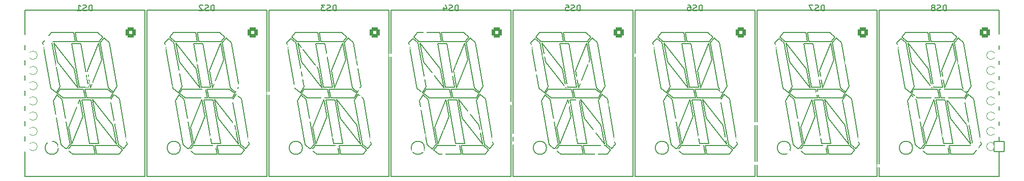
<source format=gbr>
G04 #@! TF.GenerationSoftware,KiCad,Pcbnew,8.0.6*
G04 #@! TF.CreationDate,2025-01-27T09:09:25-05:00*
G04 #@! TF.ProjectId,8x16seg,38783136-7365-4672-9e6b-696361645f70,v1.1.0*
G04 #@! TF.SameCoordinates,Original*
G04 #@! TF.FileFunction,Legend,Bot*
G04 #@! TF.FilePolarity,Positive*
%FSLAX46Y46*%
G04 Gerber Fmt 4.6, Leading zero omitted, Abs format (unit mm)*
G04 Created by KiCad (PCBNEW 8.0.6) date 2025-01-27 09:09:25*
%MOMM*%
%LPD*%
G01*
G04 APERTURE LIST*
G04 Aperture macros list*
%AMRoundRect*
0 Rectangle with rounded corners*
0 $1 Rounding radius*
0 $2 $3 $4 $5 $6 $7 $8 $9 X,Y pos of 4 corners*
0 Add a 4 corners polygon primitive as box body*
4,1,4,$2,$3,$4,$5,$6,$7,$8,$9,$2,$3,0*
0 Add four circle primitives for the rounded corners*
1,1,$1+$1,$2,$3*
1,1,$1+$1,$4,$5*
1,1,$1+$1,$6,$7*
1,1,$1+$1,$8,$9*
0 Add four rect primitives between the rounded corners*
20,1,$1+$1,$2,$3,$4,$5,0*
20,1,$1+$1,$4,$5,$6,$7,0*
20,1,$1+$1,$6,$7,$8,$9,0*
20,1,$1+$1,$8,$9,$2,$3,0*%
G04 Aperture macros list end*
%ADD10C,0.150000*%
%ADD11C,0.120000*%
%ADD12C,1.801600*%
%ADD13RoundRect,0.050800X0.850000X0.850000X-0.850000X0.850000X-0.850000X-0.850000X0.850000X-0.850000X0*%
%ADD14O,1.801600X1.801600*%
%ADD15RoundRect,0.266667X0.546133X0.546133X-0.546133X0.546133X-0.546133X-0.546133X0.546133X-0.546133X0*%
%ADD16C,1.625600*%
%ADD17C,1.101600*%
%ADD18C,0.609600*%
%ADD19C,1.371600*%
G04 APERTURE END LIST*
D10*
X97734285Y-87830819D02*
X97734285Y-86830819D01*
X97734285Y-86830819D02*
X97496190Y-86830819D01*
X97496190Y-86830819D02*
X97353333Y-86878438D01*
X97353333Y-86878438D02*
X97258095Y-86973676D01*
X97258095Y-86973676D02*
X97210476Y-87068914D01*
X97210476Y-87068914D02*
X97162857Y-87259390D01*
X97162857Y-87259390D02*
X97162857Y-87402247D01*
X97162857Y-87402247D02*
X97210476Y-87592723D01*
X97210476Y-87592723D02*
X97258095Y-87687961D01*
X97258095Y-87687961D02*
X97353333Y-87783200D01*
X97353333Y-87783200D02*
X97496190Y-87830819D01*
X97496190Y-87830819D02*
X97734285Y-87830819D01*
X96781904Y-87783200D02*
X96639047Y-87830819D01*
X96639047Y-87830819D02*
X96400952Y-87830819D01*
X96400952Y-87830819D02*
X96305714Y-87783200D01*
X96305714Y-87783200D02*
X96258095Y-87735580D01*
X96258095Y-87735580D02*
X96210476Y-87640342D01*
X96210476Y-87640342D02*
X96210476Y-87545104D01*
X96210476Y-87545104D02*
X96258095Y-87449866D01*
X96258095Y-87449866D02*
X96305714Y-87402247D01*
X96305714Y-87402247D02*
X96400952Y-87354628D01*
X96400952Y-87354628D02*
X96591428Y-87307009D01*
X96591428Y-87307009D02*
X96686666Y-87259390D01*
X96686666Y-87259390D02*
X96734285Y-87211771D01*
X96734285Y-87211771D02*
X96781904Y-87116533D01*
X96781904Y-87116533D02*
X96781904Y-87021295D01*
X96781904Y-87021295D02*
X96734285Y-86926057D01*
X96734285Y-86926057D02*
X96686666Y-86878438D01*
X96686666Y-86878438D02*
X96591428Y-86830819D01*
X96591428Y-86830819D02*
X96353333Y-86830819D01*
X96353333Y-86830819D02*
X96210476Y-86878438D01*
X95829523Y-86926057D02*
X95781904Y-86878438D01*
X95781904Y-86878438D02*
X95686666Y-86830819D01*
X95686666Y-86830819D02*
X95448571Y-86830819D01*
X95448571Y-86830819D02*
X95353333Y-86878438D01*
X95353333Y-86878438D02*
X95305714Y-86926057D01*
X95305714Y-86926057D02*
X95258095Y-87021295D01*
X95258095Y-87021295D02*
X95258095Y-87116533D01*
X95258095Y-87116533D02*
X95305714Y-87259390D01*
X95305714Y-87259390D02*
X95877142Y-87830819D01*
X95877142Y-87830819D02*
X95258095Y-87830819D01*
X118054285Y-87830819D02*
X118054285Y-86830819D01*
X118054285Y-86830819D02*
X117816190Y-86830819D01*
X117816190Y-86830819D02*
X117673333Y-86878438D01*
X117673333Y-86878438D02*
X117578095Y-86973676D01*
X117578095Y-86973676D02*
X117530476Y-87068914D01*
X117530476Y-87068914D02*
X117482857Y-87259390D01*
X117482857Y-87259390D02*
X117482857Y-87402247D01*
X117482857Y-87402247D02*
X117530476Y-87592723D01*
X117530476Y-87592723D02*
X117578095Y-87687961D01*
X117578095Y-87687961D02*
X117673333Y-87783200D01*
X117673333Y-87783200D02*
X117816190Y-87830819D01*
X117816190Y-87830819D02*
X118054285Y-87830819D01*
X117101904Y-87783200D02*
X116959047Y-87830819D01*
X116959047Y-87830819D02*
X116720952Y-87830819D01*
X116720952Y-87830819D02*
X116625714Y-87783200D01*
X116625714Y-87783200D02*
X116578095Y-87735580D01*
X116578095Y-87735580D02*
X116530476Y-87640342D01*
X116530476Y-87640342D02*
X116530476Y-87545104D01*
X116530476Y-87545104D02*
X116578095Y-87449866D01*
X116578095Y-87449866D02*
X116625714Y-87402247D01*
X116625714Y-87402247D02*
X116720952Y-87354628D01*
X116720952Y-87354628D02*
X116911428Y-87307009D01*
X116911428Y-87307009D02*
X117006666Y-87259390D01*
X117006666Y-87259390D02*
X117054285Y-87211771D01*
X117054285Y-87211771D02*
X117101904Y-87116533D01*
X117101904Y-87116533D02*
X117101904Y-87021295D01*
X117101904Y-87021295D02*
X117054285Y-86926057D01*
X117054285Y-86926057D02*
X117006666Y-86878438D01*
X117006666Y-86878438D02*
X116911428Y-86830819D01*
X116911428Y-86830819D02*
X116673333Y-86830819D01*
X116673333Y-86830819D02*
X116530476Y-86878438D01*
X116197142Y-86830819D02*
X115578095Y-86830819D01*
X115578095Y-86830819D02*
X115911428Y-87211771D01*
X115911428Y-87211771D02*
X115768571Y-87211771D01*
X115768571Y-87211771D02*
X115673333Y-87259390D01*
X115673333Y-87259390D02*
X115625714Y-87307009D01*
X115625714Y-87307009D02*
X115578095Y-87402247D01*
X115578095Y-87402247D02*
X115578095Y-87640342D01*
X115578095Y-87640342D02*
X115625714Y-87735580D01*
X115625714Y-87735580D02*
X115673333Y-87783200D01*
X115673333Y-87783200D02*
X115768571Y-87830819D01*
X115768571Y-87830819D02*
X116054285Y-87830819D01*
X116054285Y-87830819D02*
X116149523Y-87783200D01*
X116149523Y-87783200D02*
X116197142Y-87735580D01*
X138374285Y-87830819D02*
X138374285Y-86830819D01*
X138374285Y-86830819D02*
X138136190Y-86830819D01*
X138136190Y-86830819D02*
X137993333Y-86878438D01*
X137993333Y-86878438D02*
X137898095Y-86973676D01*
X137898095Y-86973676D02*
X137850476Y-87068914D01*
X137850476Y-87068914D02*
X137802857Y-87259390D01*
X137802857Y-87259390D02*
X137802857Y-87402247D01*
X137802857Y-87402247D02*
X137850476Y-87592723D01*
X137850476Y-87592723D02*
X137898095Y-87687961D01*
X137898095Y-87687961D02*
X137993333Y-87783200D01*
X137993333Y-87783200D02*
X138136190Y-87830819D01*
X138136190Y-87830819D02*
X138374285Y-87830819D01*
X137421904Y-87783200D02*
X137279047Y-87830819D01*
X137279047Y-87830819D02*
X137040952Y-87830819D01*
X137040952Y-87830819D02*
X136945714Y-87783200D01*
X136945714Y-87783200D02*
X136898095Y-87735580D01*
X136898095Y-87735580D02*
X136850476Y-87640342D01*
X136850476Y-87640342D02*
X136850476Y-87545104D01*
X136850476Y-87545104D02*
X136898095Y-87449866D01*
X136898095Y-87449866D02*
X136945714Y-87402247D01*
X136945714Y-87402247D02*
X137040952Y-87354628D01*
X137040952Y-87354628D02*
X137231428Y-87307009D01*
X137231428Y-87307009D02*
X137326666Y-87259390D01*
X137326666Y-87259390D02*
X137374285Y-87211771D01*
X137374285Y-87211771D02*
X137421904Y-87116533D01*
X137421904Y-87116533D02*
X137421904Y-87021295D01*
X137421904Y-87021295D02*
X137374285Y-86926057D01*
X137374285Y-86926057D02*
X137326666Y-86878438D01*
X137326666Y-86878438D02*
X137231428Y-86830819D01*
X137231428Y-86830819D02*
X136993333Y-86830819D01*
X136993333Y-86830819D02*
X136850476Y-86878438D01*
X135993333Y-87164152D02*
X135993333Y-87830819D01*
X136231428Y-86783200D02*
X136469523Y-87497485D01*
X136469523Y-87497485D02*
X135850476Y-87497485D01*
X158694285Y-87830819D02*
X158694285Y-86830819D01*
X158694285Y-86830819D02*
X158456190Y-86830819D01*
X158456190Y-86830819D02*
X158313333Y-86878438D01*
X158313333Y-86878438D02*
X158218095Y-86973676D01*
X158218095Y-86973676D02*
X158170476Y-87068914D01*
X158170476Y-87068914D02*
X158122857Y-87259390D01*
X158122857Y-87259390D02*
X158122857Y-87402247D01*
X158122857Y-87402247D02*
X158170476Y-87592723D01*
X158170476Y-87592723D02*
X158218095Y-87687961D01*
X158218095Y-87687961D02*
X158313333Y-87783200D01*
X158313333Y-87783200D02*
X158456190Y-87830819D01*
X158456190Y-87830819D02*
X158694285Y-87830819D01*
X157741904Y-87783200D02*
X157599047Y-87830819D01*
X157599047Y-87830819D02*
X157360952Y-87830819D01*
X157360952Y-87830819D02*
X157265714Y-87783200D01*
X157265714Y-87783200D02*
X157218095Y-87735580D01*
X157218095Y-87735580D02*
X157170476Y-87640342D01*
X157170476Y-87640342D02*
X157170476Y-87545104D01*
X157170476Y-87545104D02*
X157218095Y-87449866D01*
X157218095Y-87449866D02*
X157265714Y-87402247D01*
X157265714Y-87402247D02*
X157360952Y-87354628D01*
X157360952Y-87354628D02*
X157551428Y-87307009D01*
X157551428Y-87307009D02*
X157646666Y-87259390D01*
X157646666Y-87259390D02*
X157694285Y-87211771D01*
X157694285Y-87211771D02*
X157741904Y-87116533D01*
X157741904Y-87116533D02*
X157741904Y-87021295D01*
X157741904Y-87021295D02*
X157694285Y-86926057D01*
X157694285Y-86926057D02*
X157646666Y-86878438D01*
X157646666Y-86878438D02*
X157551428Y-86830819D01*
X157551428Y-86830819D02*
X157313333Y-86830819D01*
X157313333Y-86830819D02*
X157170476Y-86878438D01*
X156265714Y-86830819D02*
X156741904Y-86830819D01*
X156741904Y-86830819D02*
X156789523Y-87307009D01*
X156789523Y-87307009D02*
X156741904Y-87259390D01*
X156741904Y-87259390D02*
X156646666Y-87211771D01*
X156646666Y-87211771D02*
X156408571Y-87211771D01*
X156408571Y-87211771D02*
X156313333Y-87259390D01*
X156313333Y-87259390D02*
X156265714Y-87307009D01*
X156265714Y-87307009D02*
X156218095Y-87402247D01*
X156218095Y-87402247D02*
X156218095Y-87640342D01*
X156218095Y-87640342D02*
X156265714Y-87735580D01*
X156265714Y-87735580D02*
X156313333Y-87783200D01*
X156313333Y-87783200D02*
X156408571Y-87830819D01*
X156408571Y-87830819D02*
X156646666Y-87830819D01*
X156646666Y-87830819D02*
X156741904Y-87783200D01*
X156741904Y-87783200D02*
X156789523Y-87735580D01*
X179014285Y-87830819D02*
X179014285Y-86830819D01*
X179014285Y-86830819D02*
X178776190Y-86830819D01*
X178776190Y-86830819D02*
X178633333Y-86878438D01*
X178633333Y-86878438D02*
X178538095Y-86973676D01*
X178538095Y-86973676D02*
X178490476Y-87068914D01*
X178490476Y-87068914D02*
X178442857Y-87259390D01*
X178442857Y-87259390D02*
X178442857Y-87402247D01*
X178442857Y-87402247D02*
X178490476Y-87592723D01*
X178490476Y-87592723D02*
X178538095Y-87687961D01*
X178538095Y-87687961D02*
X178633333Y-87783200D01*
X178633333Y-87783200D02*
X178776190Y-87830819D01*
X178776190Y-87830819D02*
X179014285Y-87830819D01*
X178061904Y-87783200D02*
X177919047Y-87830819D01*
X177919047Y-87830819D02*
X177680952Y-87830819D01*
X177680952Y-87830819D02*
X177585714Y-87783200D01*
X177585714Y-87783200D02*
X177538095Y-87735580D01*
X177538095Y-87735580D02*
X177490476Y-87640342D01*
X177490476Y-87640342D02*
X177490476Y-87545104D01*
X177490476Y-87545104D02*
X177538095Y-87449866D01*
X177538095Y-87449866D02*
X177585714Y-87402247D01*
X177585714Y-87402247D02*
X177680952Y-87354628D01*
X177680952Y-87354628D02*
X177871428Y-87307009D01*
X177871428Y-87307009D02*
X177966666Y-87259390D01*
X177966666Y-87259390D02*
X178014285Y-87211771D01*
X178014285Y-87211771D02*
X178061904Y-87116533D01*
X178061904Y-87116533D02*
X178061904Y-87021295D01*
X178061904Y-87021295D02*
X178014285Y-86926057D01*
X178014285Y-86926057D02*
X177966666Y-86878438D01*
X177966666Y-86878438D02*
X177871428Y-86830819D01*
X177871428Y-86830819D02*
X177633333Y-86830819D01*
X177633333Y-86830819D02*
X177490476Y-86878438D01*
X176633333Y-86830819D02*
X176823809Y-86830819D01*
X176823809Y-86830819D02*
X176919047Y-86878438D01*
X176919047Y-86878438D02*
X176966666Y-86926057D01*
X176966666Y-86926057D02*
X177061904Y-87068914D01*
X177061904Y-87068914D02*
X177109523Y-87259390D01*
X177109523Y-87259390D02*
X177109523Y-87640342D01*
X177109523Y-87640342D02*
X177061904Y-87735580D01*
X177061904Y-87735580D02*
X177014285Y-87783200D01*
X177014285Y-87783200D02*
X176919047Y-87830819D01*
X176919047Y-87830819D02*
X176728571Y-87830819D01*
X176728571Y-87830819D02*
X176633333Y-87783200D01*
X176633333Y-87783200D02*
X176585714Y-87735580D01*
X176585714Y-87735580D02*
X176538095Y-87640342D01*
X176538095Y-87640342D02*
X176538095Y-87402247D01*
X176538095Y-87402247D02*
X176585714Y-87307009D01*
X176585714Y-87307009D02*
X176633333Y-87259390D01*
X176633333Y-87259390D02*
X176728571Y-87211771D01*
X176728571Y-87211771D02*
X176919047Y-87211771D01*
X176919047Y-87211771D02*
X177014285Y-87259390D01*
X177014285Y-87259390D02*
X177061904Y-87307009D01*
X177061904Y-87307009D02*
X177109523Y-87402247D01*
X199334285Y-87830819D02*
X199334285Y-86830819D01*
X199334285Y-86830819D02*
X199096190Y-86830819D01*
X199096190Y-86830819D02*
X198953333Y-86878438D01*
X198953333Y-86878438D02*
X198858095Y-86973676D01*
X198858095Y-86973676D02*
X198810476Y-87068914D01*
X198810476Y-87068914D02*
X198762857Y-87259390D01*
X198762857Y-87259390D02*
X198762857Y-87402247D01*
X198762857Y-87402247D02*
X198810476Y-87592723D01*
X198810476Y-87592723D02*
X198858095Y-87687961D01*
X198858095Y-87687961D02*
X198953333Y-87783200D01*
X198953333Y-87783200D02*
X199096190Y-87830819D01*
X199096190Y-87830819D02*
X199334285Y-87830819D01*
X198381904Y-87783200D02*
X198239047Y-87830819D01*
X198239047Y-87830819D02*
X198000952Y-87830819D01*
X198000952Y-87830819D02*
X197905714Y-87783200D01*
X197905714Y-87783200D02*
X197858095Y-87735580D01*
X197858095Y-87735580D02*
X197810476Y-87640342D01*
X197810476Y-87640342D02*
X197810476Y-87545104D01*
X197810476Y-87545104D02*
X197858095Y-87449866D01*
X197858095Y-87449866D02*
X197905714Y-87402247D01*
X197905714Y-87402247D02*
X198000952Y-87354628D01*
X198000952Y-87354628D02*
X198191428Y-87307009D01*
X198191428Y-87307009D02*
X198286666Y-87259390D01*
X198286666Y-87259390D02*
X198334285Y-87211771D01*
X198334285Y-87211771D02*
X198381904Y-87116533D01*
X198381904Y-87116533D02*
X198381904Y-87021295D01*
X198381904Y-87021295D02*
X198334285Y-86926057D01*
X198334285Y-86926057D02*
X198286666Y-86878438D01*
X198286666Y-86878438D02*
X198191428Y-86830819D01*
X198191428Y-86830819D02*
X197953333Y-86830819D01*
X197953333Y-86830819D02*
X197810476Y-86878438D01*
X197477142Y-86830819D02*
X196810476Y-86830819D01*
X196810476Y-86830819D02*
X197239047Y-87830819D01*
X219654285Y-87830819D02*
X219654285Y-86830819D01*
X219654285Y-86830819D02*
X219416190Y-86830819D01*
X219416190Y-86830819D02*
X219273333Y-86878438D01*
X219273333Y-86878438D02*
X219178095Y-86973676D01*
X219178095Y-86973676D02*
X219130476Y-87068914D01*
X219130476Y-87068914D02*
X219082857Y-87259390D01*
X219082857Y-87259390D02*
X219082857Y-87402247D01*
X219082857Y-87402247D02*
X219130476Y-87592723D01*
X219130476Y-87592723D02*
X219178095Y-87687961D01*
X219178095Y-87687961D02*
X219273333Y-87783200D01*
X219273333Y-87783200D02*
X219416190Y-87830819D01*
X219416190Y-87830819D02*
X219654285Y-87830819D01*
X218701904Y-87783200D02*
X218559047Y-87830819D01*
X218559047Y-87830819D02*
X218320952Y-87830819D01*
X218320952Y-87830819D02*
X218225714Y-87783200D01*
X218225714Y-87783200D02*
X218178095Y-87735580D01*
X218178095Y-87735580D02*
X218130476Y-87640342D01*
X218130476Y-87640342D02*
X218130476Y-87545104D01*
X218130476Y-87545104D02*
X218178095Y-87449866D01*
X218178095Y-87449866D02*
X218225714Y-87402247D01*
X218225714Y-87402247D02*
X218320952Y-87354628D01*
X218320952Y-87354628D02*
X218511428Y-87307009D01*
X218511428Y-87307009D02*
X218606666Y-87259390D01*
X218606666Y-87259390D02*
X218654285Y-87211771D01*
X218654285Y-87211771D02*
X218701904Y-87116533D01*
X218701904Y-87116533D02*
X218701904Y-87021295D01*
X218701904Y-87021295D02*
X218654285Y-86926057D01*
X218654285Y-86926057D02*
X218606666Y-86878438D01*
X218606666Y-86878438D02*
X218511428Y-86830819D01*
X218511428Y-86830819D02*
X218273333Y-86830819D01*
X218273333Y-86830819D02*
X218130476Y-86878438D01*
X217559047Y-87259390D02*
X217654285Y-87211771D01*
X217654285Y-87211771D02*
X217701904Y-87164152D01*
X217701904Y-87164152D02*
X217749523Y-87068914D01*
X217749523Y-87068914D02*
X217749523Y-87021295D01*
X217749523Y-87021295D02*
X217701904Y-86926057D01*
X217701904Y-86926057D02*
X217654285Y-86878438D01*
X217654285Y-86878438D02*
X217559047Y-86830819D01*
X217559047Y-86830819D02*
X217368571Y-86830819D01*
X217368571Y-86830819D02*
X217273333Y-86878438D01*
X217273333Y-86878438D02*
X217225714Y-86926057D01*
X217225714Y-86926057D02*
X217178095Y-87021295D01*
X217178095Y-87021295D02*
X217178095Y-87068914D01*
X217178095Y-87068914D02*
X217225714Y-87164152D01*
X217225714Y-87164152D02*
X217273333Y-87211771D01*
X217273333Y-87211771D02*
X217368571Y-87259390D01*
X217368571Y-87259390D02*
X217559047Y-87259390D01*
X217559047Y-87259390D02*
X217654285Y-87307009D01*
X217654285Y-87307009D02*
X217701904Y-87354628D01*
X217701904Y-87354628D02*
X217749523Y-87449866D01*
X217749523Y-87449866D02*
X217749523Y-87640342D01*
X217749523Y-87640342D02*
X217701904Y-87735580D01*
X217701904Y-87735580D02*
X217654285Y-87783200D01*
X217654285Y-87783200D02*
X217559047Y-87830819D01*
X217559047Y-87830819D02*
X217368571Y-87830819D01*
X217368571Y-87830819D02*
X217273333Y-87783200D01*
X217273333Y-87783200D02*
X217225714Y-87735580D01*
X217225714Y-87735580D02*
X217178095Y-87640342D01*
X217178095Y-87640342D02*
X217178095Y-87449866D01*
X217178095Y-87449866D02*
X217225714Y-87354628D01*
X217225714Y-87354628D02*
X217273333Y-87307009D01*
X217273333Y-87307009D02*
X217368571Y-87259390D01*
X77414285Y-87830819D02*
X77414285Y-86830819D01*
X77414285Y-86830819D02*
X77176190Y-86830819D01*
X77176190Y-86830819D02*
X77033333Y-86878438D01*
X77033333Y-86878438D02*
X76938095Y-86973676D01*
X76938095Y-86973676D02*
X76890476Y-87068914D01*
X76890476Y-87068914D02*
X76842857Y-87259390D01*
X76842857Y-87259390D02*
X76842857Y-87402247D01*
X76842857Y-87402247D02*
X76890476Y-87592723D01*
X76890476Y-87592723D02*
X76938095Y-87687961D01*
X76938095Y-87687961D02*
X77033333Y-87783200D01*
X77033333Y-87783200D02*
X77176190Y-87830819D01*
X77176190Y-87830819D02*
X77414285Y-87830819D01*
X76461904Y-87783200D02*
X76319047Y-87830819D01*
X76319047Y-87830819D02*
X76080952Y-87830819D01*
X76080952Y-87830819D02*
X75985714Y-87783200D01*
X75985714Y-87783200D02*
X75938095Y-87735580D01*
X75938095Y-87735580D02*
X75890476Y-87640342D01*
X75890476Y-87640342D02*
X75890476Y-87545104D01*
X75890476Y-87545104D02*
X75938095Y-87449866D01*
X75938095Y-87449866D02*
X75985714Y-87402247D01*
X75985714Y-87402247D02*
X76080952Y-87354628D01*
X76080952Y-87354628D02*
X76271428Y-87307009D01*
X76271428Y-87307009D02*
X76366666Y-87259390D01*
X76366666Y-87259390D02*
X76414285Y-87211771D01*
X76414285Y-87211771D02*
X76461904Y-87116533D01*
X76461904Y-87116533D02*
X76461904Y-87021295D01*
X76461904Y-87021295D02*
X76414285Y-86926057D01*
X76414285Y-86926057D02*
X76366666Y-86878438D01*
X76366666Y-86878438D02*
X76271428Y-86830819D01*
X76271428Y-86830819D02*
X76033333Y-86830819D01*
X76033333Y-86830819D02*
X75890476Y-86878438D01*
X74938095Y-87830819D02*
X75509523Y-87830819D01*
X75223809Y-87830819D02*
X75223809Y-86830819D01*
X75223809Y-86830819D02*
X75319047Y-86973676D01*
X75319047Y-86973676D02*
X75414285Y-87068914D01*
X75414285Y-87068914D02*
X75509523Y-87116533D01*
X86520000Y-87750000D02*
X86520000Y-115450000D01*
X86520000Y-115450000D02*
X106520000Y-115450000D01*
X89538783Y-93171512D02*
X90168108Y-92421512D01*
X89538783Y-93171512D02*
X90871426Y-100729304D01*
X90168108Y-92421512D02*
X89538783Y-93171512D01*
X90168108Y-92421512D02*
X91061923Y-93171512D01*
X90328805Y-92230000D02*
X90958130Y-91480000D01*
X90328805Y-92230000D02*
X91222620Y-92980000D01*
X90871426Y-100729304D02*
X89538783Y-93171512D01*
X90871426Y-100729304D02*
X91765241Y-101479304D01*
X90958130Y-91480000D02*
X90328805Y-92230000D01*
X91061923Y-93171512D02*
X90168108Y-92421512D01*
X91222620Y-92980000D02*
X90328805Y-92230000D01*
X91222620Y-92980000D02*
X94912162Y-92980000D01*
X91248356Y-102866978D02*
X91831752Y-101856506D01*
X91248356Y-102866978D02*
X92530663Y-110139303D01*
X91376864Y-93230000D02*
X91925701Y-96342607D01*
X91765241Y-101479304D02*
X92348638Y-100468831D01*
X91831752Y-101856506D02*
X91248356Y-102866978D01*
X91925701Y-96342607D02*
X91376864Y-93230000D01*
X91925701Y-96342607D02*
X95323557Y-100640000D01*
X91956752Y-101640000D02*
X92850568Y-102390000D01*
X92348638Y-100468831D02*
X91061923Y-93171512D01*
X92348638Y-100468831D02*
X91765241Y-101479304D01*
X92389765Y-100890000D02*
X91956752Y-101640000D01*
X92530663Y-110139303D02*
X91248356Y-102866978D01*
X92530663Y-110139303D02*
X93424478Y-110889303D01*
X92725568Y-102606506D02*
X91831752Y-101856506D01*
X92850568Y-102390000D02*
X91956752Y-101640000D01*
X92850568Y-102390000D02*
X96571397Y-102390000D01*
X93424478Y-110889303D02*
X92530663Y-110139303D01*
X93424478Y-110889303D02*
X94053803Y-110139303D01*
X93615989Y-111050000D02*
X94509804Y-111800000D01*
X93846905Y-107238294D02*
X94342684Y-110050000D01*
X94053803Y-110139303D02*
X92725568Y-102606506D01*
X94245314Y-110300000D02*
X93615989Y-111050000D01*
X94330418Y-93280001D02*
X95619368Y-100590000D01*
X94342684Y-110050000D02*
X93846905Y-107238294D01*
X94342684Y-110050000D02*
X96171990Y-105451705D01*
X94509804Y-111800000D02*
X93615989Y-111050000D01*
X94509804Y-111800000D02*
X98230634Y-111800000D01*
X94647671Y-91480000D02*
X90958130Y-91480000D01*
X94774720Y-97527394D02*
X91376864Y-93230000D01*
X94901528Y-91480000D02*
X95166018Y-92980000D01*
X94901528Y-91480000D02*
X98622358Y-91480000D01*
X94912162Y-92980000D02*
X94647671Y-91480000D01*
X95166018Y-92980000D02*
X94901528Y-91480000D01*
X95323557Y-100640000D02*
X91925701Y-96342607D01*
X95323557Y-100640000D02*
X94774720Y-97527394D01*
X95619368Y-100590000D02*
X94330418Y-93280001D01*
X95619368Y-100590000D02*
X97142507Y-100590000D01*
X95676211Y-102640000D02*
X93846905Y-107238294D01*
X95853558Y-93280001D02*
X94330418Y-93280001D01*
X95989655Y-102690000D02*
X97278604Y-109999999D01*
X95989655Y-102690000D02*
X97512794Y-102690000D01*
X96171990Y-105451705D02*
X94342684Y-110050000D01*
X96171990Y-105451705D02*
X95676211Y-102640000D01*
X96306908Y-100890000D02*
X92389765Y-100890000D01*
X96560765Y-100890000D02*
X96825254Y-102390000D01*
X96571397Y-102390000D02*
X96306908Y-100890000D01*
X96825254Y-102390000D02*
X96560765Y-100890000D01*
X96825254Y-102390000D02*
X100742397Y-102390000D01*
X96960172Y-97828295D02*
X97455951Y-100640000D01*
X96960172Y-97828295D02*
X98789478Y-93230000D01*
X97142507Y-100590000D02*
X95853558Y-93280001D01*
X97278604Y-109999999D02*
X95989655Y-102690000D01*
X97455951Y-100640000D02*
X96960172Y-97828295D01*
X97455951Y-100640000D02*
X99285257Y-96041706D01*
X97512794Y-102690000D02*
X98801744Y-109999999D01*
X97808605Y-102640000D02*
X98357442Y-105752606D01*
X97808605Y-102640000D02*
X101206461Y-106937393D01*
X97966144Y-110300000D02*
X94245314Y-110300000D01*
X98220000Y-110300000D02*
X98484491Y-111800000D01*
X98230634Y-111800000D02*
X97966144Y-110300000D01*
X98357442Y-105752606D02*
X97808605Y-102640000D01*
X98484491Y-111800000D02*
X98220000Y-110300000D01*
X98484491Y-111800000D02*
X102174032Y-111800000D01*
X98622358Y-91480000D02*
X99516173Y-92230000D01*
X98789478Y-93230000D02*
X96960172Y-97828295D01*
X98801744Y-109999999D02*
X97278604Y-109999999D01*
X98886848Y-92980000D02*
X95166018Y-92980000D01*
X98886848Y-92980000D02*
X99516173Y-92230000D01*
X99078359Y-93140697D02*
X99707684Y-92390697D01*
X99078359Y-93140697D02*
X100406594Y-100673494D01*
X99285257Y-96041706D02*
X97455951Y-100640000D01*
X99285257Y-96041706D02*
X98789478Y-93230000D01*
X99516173Y-92230000D02*
X98886848Y-92980000D01*
X99707684Y-92390697D02*
X99078359Y-93140697D01*
X99707684Y-92390697D02*
X100601499Y-93140697D01*
X100281594Y-100890000D02*
X96560765Y-100890000D01*
X100406594Y-100673494D02*
X99078359Y-93140697D01*
X100406594Y-100673494D02*
X101300410Y-101423494D01*
X100601499Y-93140697D02*
X99707684Y-92390697D01*
X100601499Y-93140697D02*
X101883806Y-100413022D01*
X100742397Y-102390000D02*
X101175410Y-101640000D01*
X100783524Y-102811169D02*
X102070239Y-110108488D01*
X101175410Y-101640000D02*
X100281594Y-100890000D01*
X101175410Y-101640000D02*
X100742397Y-102390000D01*
X101206461Y-106937393D02*
X97808605Y-102640000D01*
X101206461Y-106937393D02*
X101755298Y-110050000D01*
X101300410Y-101423494D02*
X100406594Y-100673494D01*
X101366921Y-101800696D02*
X100783524Y-102811169D01*
X101755298Y-110050000D02*
X98357442Y-105752606D01*
X101755298Y-110050000D02*
X101206461Y-106937393D01*
X101883806Y-100413022D02*
X101300410Y-101423494D01*
X101909542Y-110300000D02*
X98220000Y-110300000D01*
X102070239Y-110108488D02*
X100783524Y-102811169D01*
X102070239Y-110108488D02*
X102964054Y-110858488D01*
X102174032Y-111800000D02*
X102803357Y-111050000D01*
X102260736Y-102550696D02*
X101366921Y-101800696D01*
X102803357Y-111050000D02*
X101909542Y-110300000D01*
X102964054Y-110858488D02*
X102070239Y-110108488D01*
X102964054Y-110858488D02*
X103593379Y-110108488D01*
X103593379Y-110108488D02*
X102260736Y-102550696D01*
X103593379Y-110108488D02*
X102964054Y-110858488D01*
X106520000Y-87750000D02*
X86520000Y-87750000D01*
X106520000Y-115450000D02*
X106520000Y-87750000D01*
X92109805Y-110700000D02*
G75*
G02*
X89909805Y-110700000I-1100000J0D01*
G01*
X89909805Y-110700000D02*
G75*
G02*
X92109805Y-110700000I1100000J0D01*
G01*
X106840000Y-87750000D02*
X106840000Y-115450000D01*
X106840000Y-115450000D02*
X126840000Y-115450000D01*
X109858783Y-93171512D02*
X110488108Y-92421512D01*
X109858783Y-93171512D02*
X111191426Y-100729304D01*
X110488108Y-92421512D02*
X109858783Y-93171512D01*
X110488108Y-92421512D02*
X111381923Y-93171512D01*
X110648805Y-92230000D02*
X111278130Y-91480000D01*
X110648805Y-92230000D02*
X111542620Y-92980000D01*
X111191426Y-100729304D02*
X109858783Y-93171512D01*
X111191426Y-100729304D02*
X112085241Y-101479304D01*
X111278130Y-91480000D02*
X110648805Y-92230000D01*
X111381923Y-93171512D02*
X110488108Y-92421512D01*
X111542620Y-92980000D02*
X110648805Y-92230000D01*
X111542620Y-92980000D02*
X115232162Y-92980000D01*
X111568356Y-102866978D02*
X112151752Y-101856506D01*
X111568356Y-102866978D02*
X112850663Y-110139303D01*
X111696864Y-93230000D02*
X112245701Y-96342607D01*
X112085241Y-101479304D02*
X112668638Y-100468831D01*
X112151752Y-101856506D02*
X111568356Y-102866978D01*
X112245701Y-96342607D02*
X111696864Y-93230000D01*
X112245701Y-96342607D02*
X115643557Y-100640000D01*
X112276752Y-101640000D02*
X113170568Y-102390000D01*
X112668638Y-100468831D02*
X111381923Y-93171512D01*
X112668638Y-100468831D02*
X112085241Y-101479304D01*
X112709765Y-100890000D02*
X112276752Y-101640000D01*
X112850663Y-110139303D02*
X111568356Y-102866978D01*
X112850663Y-110139303D02*
X113744478Y-110889303D01*
X113045568Y-102606506D02*
X112151752Y-101856506D01*
X113170568Y-102390000D02*
X112276752Y-101640000D01*
X113170568Y-102390000D02*
X116891397Y-102390000D01*
X113744478Y-110889303D02*
X112850663Y-110139303D01*
X113744478Y-110889303D02*
X114373803Y-110139303D01*
X113935989Y-111050000D02*
X114829804Y-111800000D01*
X114166905Y-107238294D02*
X114662684Y-110050000D01*
X114373803Y-110139303D02*
X113045568Y-102606506D01*
X114565314Y-110300000D02*
X113935989Y-111050000D01*
X114650418Y-93280001D02*
X115939368Y-100590000D01*
X114662684Y-110050000D02*
X114166905Y-107238294D01*
X114662684Y-110050000D02*
X116491990Y-105451705D01*
X114829804Y-111800000D02*
X113935989Y-111050000D01*
X114829804Y-111800000D02*
X118550634Y-111800000D01*
X114967671Y-91480000D02*
X111278130Y-91480000D01*
X115094720Y-97527394D02*
X111696864Y-93230000D01*
X115221528Y-91480000D02*
X115486018Y-92980000D01*
X115221528Y-91480000D02*
X118942358Y-91480000D01*
X115232162Y-92980000D02*
X114967671Y-91480000D01*
X115486018Y-92980000D02*
X115221528Y-91480000D01*
X115643557Y-100640000D02*
X112245701Y-96342607D01*
X115643557Y-100640000D02*
X115094720Y-97527394D01*
X115939368Y-100590000D02*
X114650418Y-93280001D01*
X115939368Y-100590000D02*
X117462507Y-100590000D01*
X115996211Y-102640000D02*
X114166905Y-107238294D01*
X116173558Y-93280001D02*
X114650418Y-93280001D01*
X116309655Y-102690000D02*
X117598604Y-109999999D01*
X116309655Y-102690000D02*
X117832794Y-102690000D01*
X116491990Y-105451705D02*
X114662684Y-110050000D01*
X116491990Y-105451705D02*
X115996211Y-102640000D01*
X116626908Y-100890000D02*
X112709765Y-100890000D01*
X116880765Y-100890000D02*
X117145254Y-102390000D01*
X116891397Y-102390000D02*
X116626908Y-100890000D01*
X117145254Y-102390000D02*
X116880765Y-100890000D01*
X117145254Y-102390000D02*
X121062397Y-102390000D01*
X117280172Y-97828295D02*
X117775951Y-100640000D01*
X117280172Y-97828295D02*
X119109478Y-93230000D01*
X117462507Y-100590000D02*
X116173558Y-93280001D01*
X117598604Y-109999999D02*
X116309655Y-102690000D01*
X117775951Y-100640000D02*
X117280172Y-97828295D01*
X117775951Y-100640000D02*
X119605257Y-96041706D01*
X117832794Y-102690000D02*
X119121744Y-109999999D01*
X118128605Y-102640000D02*
X118677442Y-105752606D01*
X118128605Y-102640000D02*
X121526461Y-106937393D01*
X118286144Y-110300000D02*
X114565314Y-110300000D01*
X118540000Y-110300000D02*
X118804491Y-111800000D01*
X118550634Y-111800000D02*
X118286144Y-110300000D01*
X118677442Y-105752606D02*
X118128605Y-102640000D01*
X118804491Y-111800000D02*
X118540000Y-110300000D01*
X118804491Y-111800000D02*
X122494032Y-111800000D01*
X118942358Y-91480000D02*
X119836173Y-92230000D01*
X119109478Y-93230000D02*
X117280172Y-97828295D01*
X119121744Y-109999999D02*
X117598604Y-109999999D01*
X119206848Y-92980000D02*
X115486018Y-92980000D01*
X119206848Y-92980000D02*
X119836173Y-92230000D01*
X119398359Y-93140697D02*
X120027684Y-92390697D01*
X119398359Y-93140697D02*
X120726594Y-100673494D01*
X119605257Y-96041706D02*
X117775951Y-100640000D01*
X119605257Y-96041706D02*
X119109478Y-93230000D01*
X119836173Y-92230000D02*
X119206848Y-92980000D01*
X120027684Y-92390697D02*
X119398359Y-93140697D01*
X120027684Y-92390697D02*
X120921499Y-93140697D01*
X120601594Y-100890000D02*
X116880765Y-100890000D01*
X120726594Y-100673494D02*
X119398359Y-93140697D01*
X120726594Y-100673494D02*
X121620410Y-101423494D01*
X120921499Y-93140697D02*
X120027684Y-92390697D01*
X120921499Y-93140697D02*
X122203806Y-100413022D01*
X121062397Y-102390000D02*
X121495410Y-101640000D01*
X121103524Y-102811169D02*
X122390239Y-110108488D01*
X121495410Y-101640000D02*
X120601594Y-100890000D01*
X121495410Y-101640000D02*
X121062397Y-102390000D01*
X121526461Y-106937393D02*
X118128605Y-102640000D01*
X121526461Y-106937393D02*
X122075298Y-110050000D01*
X121620410Y-101423494D02*
X120726594Y-100673494D01*
X121686921Y-101800696D02*
X121103524Y-102811169D01*
X122075298Y-110050000D02*
X118677442Y-105752606D01*
X122075298Y-110050000D02*
X121526461Y-106937393D01*
X122203806Y-100413022D02*
X121620410Y-101423494D01*
X122229542Y-110300000D02*
X118540000Y-110300000D01*
X122390239Y-110108488D02*
X121103524Y-102811169D01*
X122390239Y-110108488D02*
X123284054Y-110858488D01*
X122494032Y-111800000D02*
X123123357Y-111050000D01*
X122580736Y-102550696D02*
X121686921Y-101800696D01*
X123123357Y-111050000D02*
X122229542Y-110300000D01*
X123284054Y-110858488D02*
X122390239Y-110108488D01*
X123284054Y-110858488D02*
X123913379Y-110108488D01*
X123913379Y-110108488D02*
X122580736Y-102550696D01*
X123913379Y-110108488D02*
X123284054Y-110858488D01*
X126840000Y-87750000D02*
X106840000Y-87750000D01*
X126840000Y-115450000D02*
X126840000Y-87750000D01*
X112429805Y-110700000D02*
G75*
G02*
X110229805Y-110700000I-1100000J0D01*
G01*
X110229805Y-110700000D02*
G75*
G02*
X112429805Y-110700000I1100000J0D01*
G01*
X127160000Y-87750000D02*
X127160000Y-115450000D01*
X127160000Y-115450000D02*
X147160000Y-115450000D01*
X130178783Y-93171512D02*
X130808108Y-92421512D01*
X130178783Y-93171512D02*
X131511426Y-100729304D01*
X130808108Y-92421512D02*
X130178783Y-93171512D01*
X130808108Y-92421512D02*
X131701923Y-93171512D01*
X130968805Y-92230000D02*
X131598130Y-91480000D01*
X130968805Y-92230000D02*
X131862620Y-92980000D01*
X131511426Y-100729304D02*
X130178783Y-93171512D01*
X131511426Y-100729304D02*
X132405241Y-101479304D01*
X131598130Y-91480000D02*
X130968805Y-92230000D01*
X131701923Y-93171512D02*
X130808108Y-92421512D01*
X131862620Y-92980000D02*
X130968805Y-92230000D01*
X131862620Y-92980000D02*
X135552162Y-92980000D01*
X131888356Y-102866978D02*
X132471752Y-101856506D01*
X131888356Y-102866978D02*
X133170663Y-110139303D01*
X132016864Y-93230000D02*
X132565701Y-96342607D01*
X132405241Y-101479304D02*
X132988638Y-100468831D01*
X132471752Y-101856506D02*
X131888356Y-102866978D01*
X132565701Y-96342607D02*
X132016864Y-93230000D01*
X132565701Y-96342607D02*
X135963557Y-100640000D01*
X132596752Y-101640000D02*
X133490568Y-102390000D01*
X132988638Y-100468831D02*
X131701923Y-93171512D01*
X132988638Y-100468831D02*
X132405241Y-101479304D01*
X133029765Y-100890000D02*
X132596752Y-101640000D01*
X133170663Y-110139303D02*
X131888356Y-102866978D01*
X133170663Y-110139303D02*
X134064478Y-110889303D01*
X133365568Y-102606506D02*
X132471752Y-101856506D01*
X133490568Y-102390000D02*
X132596752Y-101640000D01*
X133490568Y-102390000D02*
X137211397Y-102390000D01*
X134064478Y-110889303D02*
X133170663Y-110139303D01*
X134064478Y-110889303D02*
X134693803Y-110139303D01*
X134255989Y-111050000D02*
X135149804Y-111800000D01*
X134486905Y-107238294D02*
X134982684Y-110050000D01*
X134693803Y-110139303D02*
X133365568Y-102606506D01*
X134885314Y-110300000D02*
X134255989Y-111050000D01*
X134970418Y-93280001D02*
X136259368Y-100590000D01*
X134982684Y-110050000D02*
X134486905Y-107238294D01*
X134982684Y-110050000D02*
X136811990Y-105451705D01*
X135149804Y-111800000D02*
X134255989Y-111050000D01*
X135149804Y-111800000D02*
X138870634Y-111800000D01*
X135287671Y-91480000D02*
X131598130Y-91480000D01*
X135414720Y-97527394D02*
X132016864Y-93230000D01*
X135541528Y-91480000D02*
X135806018Y-92980000D01*
X135541528Y-91480000D02*
X139262358Y-91480000D01*
X135552162Y-92980000D02*
X135287671Y-91480000D01*
X135806018Y-92980000D02*
X135541528Y-91480000D01*
X135963557Y-100640000D02*
X132565701Y-96342607D01*
X135963557Y-100640000D02*
X135414720Y-97527394D01*
X136259368Y-100590000D02*
X134970418Y-93280001D01*
X136259368Y-100590000D02*
X137782507Y-100590000D01*
X136316211Y-102640000D02*
X134486905Y-107238294D01*
X136493558Y-93280001D02*
X134970418Y-93280001D01*
X136629655Y-102690000D02*
X137918604Y-109999999D01*
X136629655Y-102690000D02*
X138152794Y-102690000D01*
X136811990Y-105451705D02*
X134982684Y-110050000D01*
X136811990Y-105451705D02*
X136316211Y-102640000D01*
X136946908Y-100890000D02*
X133029765Y-100890000D01*
X137200765Y-100890000D02*
X137465254Y-102390000D01*
X137211397Y-102390000D02*
X136946908Y-100890000D01*
X137465254Y-102390000D02*
X137200765Y-100890000D01*
X137465254Y-102390000D02*
X141382397Y-102390000D01*
X137600172Y-97828295D02*
X138095951Y-100640000D01*
X137600172Y-97828295D02*
X139429478Y-93230000D01*
X137782507Y-100590000D02*
X136493558Y-93280001D01*
X137918604Y-109999999D02*
X136629655Y-102690000D01*
X138095951Y-100640000D02*
X137600172Y-97828295D01*
X138095951Y-100640000D02*
X139925257Y-96041706D01*
X138152794Y-102690000D02*
X139441744Y-109999999D01*
X138448605Y-102640000D02*
X138997442Y-105752606D01*
X138448605Y-102640000D02*
X141846461Y-106937393D01*
X138606144Y-110300000D02*
X134885314Y-110300000D01*
X138860000Y-110300000D02*
X139124491Y-111800000D01*
X138870634Y-111800000D02*
X138606144Y-110300000D01*
X138997442Y-105752606D02*
X138448605Y-102640000D01*
X139124491Y-111800000D02*
X138860000Y-110300000D01*
X139124491Y-111800000D02*
X142814032Y-111800000D01*
X139262358Y-91480000D02*
X140156173Y-92230000D01*
X139429478Y-93230000D02*
X137600172Y-97828295D01*
X139441744Y-109999999D02*
X137918604Y-109999999D01*
X139526848Y-92980000D02*
X135806018Y-92980000D01*
X139526848Y-92980000D02*
X140156173Y-92230000D01*
X139718359Y-93140697D02*
X140347684Y-92390697D01*
X139718359Y-93140697D02*
X141046594Y-100673494D01*
X139925257Y-96041706D02*
X138095951Y-100640000D01*
X139925257Y-96041706D02*
X139429478Y-93230000D01*
X140156173Y-92230000D02*
X139526848Y-92980000D01*
X140347684Y-92390697D02*
X139718359Y-93140697D01*
X140347684Y-92390697D02*
X141241499Y-93140697D01*
X140921594Y-100890000D02*
X137200765Y-100890000D01*
X141046594Y-100673494D02*
X139718359Y-93140697D01*
X141046594Y-100673494D02*
X141940410Y-101423494D01*
X141241499Y-93140697D02*
X140347684Y-92390697D01*
X141241499Y-93140697D02*
X142523806Y-100413022D01*
X141382397Y-102390000D02*
X141815410Y-101640000D01*
X141423524Y-102811169D02*
X142710239Y-110108488D01*
X141815410Y-101640000D02*
X140921594Y-100890000D01*
X141815410Y-101640000D02*
X141382397Y-102390000D01*
X141846461Y-106937393D02*
X138448605Y-102640000D01*
X141846461Y-106937393D02*
X142395298Y-110050000D01*
X141940410Y-101423494D02*
X141046594Y-100673494D01*
X142006921Y-101800696D02*
X141423524Y-102811169D01*
X142395298Y-110050000D02*
X138997442Y-105752606D01*
X142395298Y-110050000D02*
X141846461Y-106937393D01*
X142523806Y-100413022D02*
X141940410Y-101423494D01*
X142549542Y-110300000D02*
X138860000Y-110300000D01*
X142710239Y-110108488D02*
X141423524Y-102811169D01*
X142710239Y-110108488D02*
X143604054Y-110858488D01*
X142814032Y-111800000D02*
X143443357Y-111050000D01*
X142900736Y-102550696D02*
X142006921Y-101800696D01*
X143443357Y-111050000D02*
X142549542Y-110300000D01*
X143604054Y-110858488D02*
X142710239Y-110108488D01*
X143604054Y-110858488D02*
X144233379Y-110108488D01*
X144233379Y-110108488D02*
X142900736Y-102550696D01*
X144233379Y-110108488D02*
X143604054Y-110858488D01*
X147160000Y-87750000D02*
X127160000Y-87750000D01*
X147160000Y-115450000D02*
X147160000Y-87750000D01*
X132749805Y-110700000D02*
G75*
G02*
X130549805Y-110700000I-1100000J0D01*
G01*
X130549805Y-110700000D02*
G75*
G02*
X132749805Y-110700000I1100000J0D01*
G01*
X147480000Y-87750000D02*
X147480000Y-115450000D01*
X147480000Y-115450000D02*
X167480000Y-115450000D01*
X150498783Y-93171512D02*
X151128108Y-92421512D01*
X150498783Y-93171512D02*
X151831426Y-100729304D01*
X151128108Y-92421512D02*
X150498783Y-93171512D01*
X151128108Y-92421512D02*
X152021923Y-93171512D01*
X151288805Y-92230000D02*
X151918130Y-91480000D01*
X151288805Y-92230000D02*
X152182620Y-92980000D01*
X151831426Y-100729304D02*
X150498783Y-93171512D01*
X151831426Y-100729304D02*
X152725241Y-101479304D01*
X151918130Y-91480000D02*
X151288805Y-92230000D01*
X152021923Y-93171512D02*
X151128108Y-92421512D01*
X152182620Y-92980000D02*
X151288805Y-92230000D01*
X152182620Y-92980000D02*
X155872162Y-92980000D01*
X152208356Y-102866978D02*
X152791752Y-101856506D01*
X152208356Y-102866978D02*
X153490663Y-110139303D01*
X152336864Y-93230000D02*
X152885701Y-96342607D01*
X152725241Y-101479304D02*
X153308638Y-100468831D01*
X152791752Y-101856506D02*
X152208356Y-102866978D01*
X152885701Y-96342607D02*
X152336864Y-93230000D01*
X152885701Y-96342607D02*
X156283557Y-100640000D01*
X152916752Y-101640000D02*
X153810568Y-102390000D01*
X153308638Y-100468831D02*
X152021923Y-93171512D01*
X153308638Y-100468831D02*
X152725241Y-101479304D01*
X153349765Y-100890000D02*
X152916752Y-101640000D01*
X153490663Y-110139303D02*
X152208356Y-102866978D01*
X153490663Y-110139303D02*
X154384478Y-110889303D01*
X153685568Y-102606506D02*
X152791752Y-101856506D01*
X153810568Y-102390000D02*
X152916752Y-101640000D01*
X153810568Y-102390000D02*
X157531397Y-102390000D01*
X154384478Y-110889303D02*
X153490663Y-110139303D01*
X154384478Y-110889303D02*
X155013803Y-110139303D01*
X154575989Y-111050000D02*
X155469804Y-111800000D01*
X154806905Y-107238294D02*
X155302684Y-110050000D01*
X155013803Y-110139303D02*
X153685568Y-102606506D01*
X155205314Y-110300000D02*
X154575989Y-111050000D01*
X155290418Y-93280001D02*
X156579368Y-100590000D01*
X155302684Y-110050000D02*
X154806905Y-107238294D01*
X155302684Y-110050000D02*
X157131990Y-105451705D01*
X155469804Y-111800000D02*
X154575989Y-111050000D01*
X155469804Y-111800000D02*
X159190634Y-111800000D01*
X155607671Y-91480000D02*
X151918130Y-91480000D01*
X155734720Y-97527394D02*
X152336864Y-93230000D01*
X155861528Y-91480000D02*
X156126018Y-92980000D01*
X155861528Y-91480000D02*
X159582358Y-91480000D01*
X155872162Y-92980000D02*
X155607671Y-91480000D01*
X156126018Y-92980000D02*
X155861528Y-91480000D01*
X156283557Y-100640000D02*
X152885701Y-96342607D01*
X156283557Y-100640000D02*
X155734720Y-97527394D01*
X156579368Y-100590000D02*
X155290418Y-93280001D01*
X156579368Y-100590000D02*
X158102507Y-100590000D01*
X156636211Y-102640000D02*
X154806905Y-107238294D01*
X156813558Y-93280001D02*
X155290418Y-93280001D01*
X156949655Y-102690000D02*
X158238604Y-109999999D01*
X156949655Y-102690000D02*
X158472794Y-102690000D01*
X157131990Y-105451705D02*
X155302684Y-110050000D01*
X157131990Y-105451705D02*
X156636211Y-102640000D01*
X157266908Y-100890000D02*
X153349765Y-100890000D01*
X157520765Y-100890000D02*
X157785254Y-102390000D01*
X157531397Y-102390000D02*
X157266908Y-100890000D01*
X157785254Y-102390000D02*
X157520765Y-100890000D01*
X157785254Y-102390000D02*
X161702397Y-102390000D01*
X157920172Y-97828295D02*
X158415951Y-100640000D01*
X157920172Y-97828295D02*
X159749478Y-93230000D01*
X158102507Y-100590000D02*
X156813558Y-93280001D01*
X158238604Y-109999999D02*
X156949655Y-102690000D01*
X158415951Y-100640000D02*
X157920172Y-97828295D01*
X158415951Y-100640000D02*
X160245257Y-96041706D01*
X158472794Y-102690000D02*
X159761744Y-109999999D01*
X158768605Y-102640000D02*
X159317442Y-105752606D01*
X158768605Y-102640000D02*
X162166461Y-106937393D01*
X158926144Y-110300000D02*
X155205314Y-110300000D01*
X159180000Y-110300000D02*
X159444491Y-111800000D01*
X159190634Y-111800000D02*
X158926144Y-110300000D01*
X159317442Y-105752606D02*
X158768605Y-102640000D01*
X159444491Y-111800000D02*
X159180000Y-110300000D01*
X159444491Y-111800000D02*
X163134032Y-111800000D01*
X159582358Y-91480000D02*
X160476173Y-92230000D01*
X159749478Y-93230000D02*
X157920172Y-97828295D01*
X159761744Y-109999999D02*
X158238604Y-109999999D01*
X159846848Y-92980000D02*
X156126018Y-92980000D01*
X159846848Y-92980000D02*
X160476173Y-92230000D01*
X160038359Y-93140697D02*
X160667684Y-92390697D01*
X160038359Y-93140697D02*
X161366594Y-100673494D01*
X160245257Y-96041706D02*
X158415951Y-100640000D01*
X160245257Y-96041706D02*
X159749478Y-93230000D01*
X160476173Y-92230000D02*
X159846848Y-92980000D01*
X160667684Y-92390697D02*
X160038359Y-93140697D01*
X160667684Y-92390697D02*
X161561499Y-93140697D01*
X161241594Y-100890000D02*
X157520765Y-100890000D01*
X161366594Y-100673494D02*
X160038359Y-93140697D01*
X161366594Y-100673494D02*
X162260410Y-101423494D01*
X161561499Y-93140697D02*
X160667684Y-92390697D01*
X161561499Y-93140697D02*
X162843806Y-100413022D01*
X161702397Y-102390000D02*
X162135410Y-101640000D01*
X161743524Y-102811169D02*
X163030239Y-110108488D01*
X162135410Y-101640000D02*
X161241594Y-100890000D01*
X162135410Y-101640000D02*
X161702397Y-102390000D01*
X162166461Y-106937393D02*
X158768605Y-102640000D01*
X162166461Y-106937393D02*
X162715298Y-110050000D01*
X162260410Y-101423494D02*
X161366594Y-100673494D01*
X162326921Y-101800696D02*
X161743524Y-102811169D01*
X162715298Y-110050000D02*
X159317442Y-105752606D01*
X162715298Y-110050000D02*
X162166461Y-106937393D01*
X162843806Y-100413022D02*
X162260410Y-101423494D01*
X162869542Y-110300000D02*
X159180000Y-110300000D01*
X163030239Y-110108488D02*
X161743524Y-102811169D01*
X163030239Y-110108488D02*
X163924054Y-110858488D01*
X163134032Y-111800000D02*
X163763357Y-111050000D01*
X163220736Y-102550696D02*
X162326921Y-101800696D01*
X163763357Y-111050000D02*
X162869542Y-110300000D01*
X163924054Y-110858488D02*
X163030239Y-110108488D01*
X163924054Y-110858488D02*
X164553379Y-110108488D01*
X164553379Y-110108488D02*
X163220736Y-102550696D01*
X164553379Y-110108488D02*
X163924054Y-110858488D01*
X167480000Y-87750000D02*
X147480000Y-87750000D01*
X167480000Y-115450000D02*
X167480000Y-87750000D01*
X153069805Y-110700000D02*
G75*
G02*
X150869805Y-110700000I-1100000J0D01*
G01*
X150869805Y-110700000D02*
G75*
G02*
X153069805Y-110700000I1100000J0D01*
G01*
X167800000Y-87750000D02*
X167800000Y-115450000D01*
X167800000Y-115450000D02*
X187800000Y-115450000D01*
X170818783Y-93171512D02*
X171448108Y-92421512D01*
X170818783Y-93171512D02*
X172151426Y-100729304D01*
X171448108Y-92421512D02*
X170818783Y-93171512D01*
X171448108Y-92421512D02*
X172341923Y-93171512D01*
X171608805Y-92230000D02*
X172238130Y-91480000D01*
X171608805Y-92230000D02*
X172502620Y-92980000D01*
X172151426Y-100729304D02*
X170818783Y-93171512D01*
X172151426Y-100729304D02*
X173045241Y-101479304D01*
X172238130Y-91480000D02*
X171608805Y-92230000D01*
X172341923Y-93171512D02*
X171448108Y-92421512D01*
X172502620Y-92980000D02*
X171608805Y-92230000D01*
X172502620Y-92980000D02*
X176192162Y-92980000D01*
X172528356Y-102866978D02*
X173111752Y-101856506D01*
X172528356Y-102866978D02*
X173810663Y-110139303D01*
X172656864Y-93230000D02*
X173205701Y-96342607D01*
X173045241Y-101479304D02*
X173628638Y-100468831D01*
X173111752Y-101856506D02*
X172528356Y-102866978D01*
X173205701Y-96342607D02*
X172656864Y-93230000D01*
X173205701Y-96342607D02*
X176603557Y-100640000D01*
X173236752Y-101640000D02*
X174130568Y-102390000D01*
X173628638Y-100468831D02*
X172341923Y-93171512D01*
X173628638Y-100468831D02*
X173045241Y-101479304D01*
X173669765Y-100890000D02*
X173236752Y-101640000D01*
X173810663Y-110139303D02*
X172528356Y-102866978D01*
X173810663Y-110139303D02*
X174704478Y-110889303D01*
X174005568Y-102606506D02*
X173111752Y-101856506D01*
X174130568Y-102390000D02*
X173236752Y-101640000D01*
X174130568Y-102390000D02*
X177851397Y-102390000D01*
X174704478Y-110889303D02*
X173810663Y-110139303D01*
X174704478Y-110889303D02*
X175333803Y-110139303D01*
X174895989Y-111050000D02*
X175789804Y-111800000D01*
X175126905Y-107238294D02*
X175622684Y-110050000D01*
X175333803Y-110139303D02*
X174005568Y-102606506D01*
X175525314Y-110300000D02*
X174895989Y-111050000D01*
X175610418Y-93280001D02*
X176899368Y-100590000D01*
X175622684Y-110050000D02*
X175126905Y-107238294D01*
X175622684Y-110050000D02*
X177451990Y-105451705D01*
X175789804Y-111800000D02*
X174895989Y-111050000D01*
X175789804Y-111800000D02*
X179510634Y-111800000D01*
X175927671Y-91480000D02*
X172238130Y-91480000D01*
X176054720Y-97527394D02*
X172656864Y-93230000D01*
X176181528Y-91480000D02*
X176446018Y-92980000D01*
X176181528Y-91480000D02*
X179902358Y-91480000D01*
X176192162Y-92980000D02*
X175927671Y-91480000D01*
X176446018Y-92980000D02*
X176181528Y-91480000D01*
X176603557Y-100640000D02*
X173205701Y-96342607D01*
X176603557Y-100640000D02*
X176054720Y-97527394D01*
X176899368Y-100590000D02*
X175610418Y-93280001D01*
X176899368Y-100590000D02*
X178422507Y-100590000D01*
X176956211Y-102640000D02*
X175126905Y-107238294D01*
X177133558Y-93280001D02*
X175610418Y-93280001D01*
X177269655Y-102690000D02*
X178558604Y-109999999D01*
X177269655Y-102690000D02*
X178792794Y-102690000D01*
X177451990Y-105451705D02*
X175622684Y-110050000D01*
X177451990Y-105451705D02*
X176956211Y-102640000D01*
X177586908Y-100890000D02*
X173669765Y-100890000D01*
X177840765Y-100890000D02*
X178105254Y-102390000D01*
X177851397Y-102390000D02*
X177586908Y-100890000D01*
X178105254Y-102390000D02*
X177840765Y-100890000D01*
X178105254Y-102390000D02*
X182022397Y-102390000D01*
X178240172Y-97828295D02*
X178735951Y-100640000D01*
X178240172Y-97828295D02*
X180069478Y-93230000D01*
X178422507Y-100590000D02*
X177133558Y-93280001D01*
X178558604Y-109999999D02*
X177269655Y-102690000D01*
X178735951Y-100640000D02*
X178240172Y-97828295D01*
X178735951Y-100640000D02*
X180565257Y-96041706D01*
X178792794Y-102690000D02*
X180081744Y-109999999D01*
X179088605Y-102640000D02*
X179637442Y-105752606D01*
X179088605Y-102640000D02*
X182486461Y-106937393D01*
X179246144Y-110300000D02*
X175525314Y-110300000D01*
X179500000Y-110300000D02*
X179764491Y-111800000D01*
X179510634Y-111800000D02*
X179246144Y-110300000D01*
X179637442Y-105752606D02*
X179088605Y-102640000D01*
X179764491Y-111800000D02*
X179500000Y-110300000D01*
X179764491Y-111800000D02*
X183454032Y-111800000D01*
X179902358Y-91480000D02*
X180796173Y-92230000D01*
X180069478Y-93230000D02*
X178240172Y-97828295D01*
X180081744Y-109999999D02*
X178558604Y-109999999D01*
X180166848Y-92980000D02*
X176446018Y-92980000D01*
X180166848Y-92980000D02*
X180796173Y-92230000D01*
X180358359Y-93140697D02*
X180987684Y-92390697D01*
X180358359Y-93140697D02*
X181686594Y-100673494D01*
X180565257Y-96041706D02*
X178735951Y-100640000D01*
X180565257Y-96041706D02*
X180069478Y-93230000D01*
X180796173Y-92230000D02*
X180166848Y-92980000D01*
X180987684Y-92390697D02*
X180358359Y-93140697D01*
X180987684Y-92390697D02*
X181881499Y-93140697D01*
X181561594Y-100890000D02*
X177840765Y-100890000D01*
X181686594Y-100673494D02*
X180358359Y-93140697D01*
X181686594Y-100673494D02*
X182580410Y-101423494D01*
X181881499Y-93140697D02*
X180987684Y-92390697D01*
X181881499Y-93140697D02*
X183163806Y-100413022D01*
X182022397Y-102390000D02*
X182455410Y-101640000D01*
X182063524Y-102811169D02*
X183350239Y-110108488D01*
X182455410Y-101640000D02*
X181561594Y-100890000D01*
X182455410Y-101640000D02*
X182022397Y-102390000D01*
X182486461Y-106937393D02*
X179088605Y-102640000D01*
X182486461Y-106937393D02*
X183035298Y-110050000D01*
X182580410Y-101423494D02*
X181686594Y-100673494D01*
X182646921Y-101800696D02*
X182063524Y-102811169D01*
X183035298Y-110050000D02*
X179637442Y-105752606D01*
X183035298Y-110050000D02*
X182486461Y-106937393D01*
X183163806Y-100413022D02*
X182580410Y-101423494D01*
X183189542Y-110300000D02*
X179500000Y-110300000D01*
X183350239Y-110108488D02*
X182063524Y-102811169D01*
X183350239Y-110108488D02*
X184244054Y-110858488D01*
X183454032Y-111800000D02*
X184083357Y-111050000D01*
X183540736Y-102550696D02*
X182646921Y-101800696D01*
X184083357Y-111050000D02*
X183189542Y-110300000D01*
X184244054Y-110858488D02*
X183350239Y-110108488D01*
X184244054Y-110858488D02*
X184873379Y-110108488D01*
X184873379Y-110108488D02*
X183540736Y-102550696D01*
X184873379Y-110108488D02*
X184244054Y-110858488D01*
X187800000Y-87750000D02*
X167800000Y-87750000D01*
X187800000Y-115450000D02*
X187800000Y-87750000D01*
X173389805Y-110700000D02*
G75*
G02*
X171189805Y-110700000I-1100000J0D01*
G01*
X171189805Y-110700000D02*
G75*
G02*
X173389805Y-110700000I1100000J0D01*
G01*
X188120000Y-87750000D02*
X188120000Y-115450000D01*
X188120000Y-115450000D02*
X208120000Y-115450000D01*
X191138783Y-93171512D02*
X191768108Y-92421512D01*
X191138783Y-93171512D02*
X192471426Y-100729304D01*
X191768108Y-92421512D02*
X191138783Y-93171512D01*
X191768108Y-92421512D02*
X192661923Y-93171512D01*
X191928805Y-92230000D02*
X192558130Y-91480000D01*
X191928805Y-92230000D02*
X192822620Y-92980000D01*
X192471426Y-100729304D02*
X191138783Y-93171512D01*
X192471426Y-100729304D02*
X193365241Y-101479304D01*
X192558130Y-91480000D02*
X191928805Y-92230000D01*
X192661923Y-93171512D02*
X191768108Y-92421512D01*
X192822620Y-92980000D02*
X191928805Y-92230000D01*
X192822620Y-92980000D02*
X196512162Y-92980000D01*
X192848356Y-102866978D02*
X193431752Y-101856506D01*
X192848356Y-102866978D02*
X194130663Y-110139303D01*
X192976864Y-93230000D02*
X193525701Y-96342607D01*
X193365241Y-101479304D02*
X193948638Y-100468831D01*
X193431752Y-101856506D02*
X192848356Y-102866978D01*
X193525701Y-96342607D02*
X192976864Y-93230000D01*
X193525701Y-96342607D02*
X196923557Y-100640000D01*
X193556752Y-101640000D02*
X194450568Y-102390000D01*
X193948638Y-100468831D02*
X192661923Y-93171512D01*
X193948638Y-100468831D02*
X193365241Y-101479304D01*
X193989765Y-100890000D02*
X193556752Y-101640000D01*
X194130663Y-110139303D02*
X192848356Y-102866978D01*
X194130663Y-110139303D02*
X195024478Y-110889303D01*
X194325568Y-102606506D02*
X193431752Y-101856506D01*
X194450568Y-102390000D02*
X193556752Y-101640000D01*
X194450568Y-102390000D02*
X198171397Y-102390000D01*
X195024478Y-110889303D02*
X194130663Y-110139303D01*
X195024478Y-110889303D02*
X195653803Y-110139303D01*
X195215989Y-111050000D02*
X196109804Y-111800000D01*
X195446905Y-107238294D02*
X195942684Y-110050000D01*
X195653803Y-110139303D02*
X194325568Y-102606506D01*
X195845314Y-110300000D02*
X195215989Y-111050000D01*
X195930418Y-93280001D02*
X197219368Y-100590000D01*
X195942684Y-110050000D02*
X195446905Y-107238294D01*
X195942684Y-110050000D02*
X197771990Y-105451705D01*
X196109804Y-111800000D02*
X195215989Y-111050000D01*
X196109804Y-111800000D02*
X199830634Y-111800000D01*
X196247671Y-91480000D02*
X192558130Y-91480000D01*
X196374720Y-97527394D02*
X192976864Y-93230000D01*
X196501528Y-91480000D02*
X196766018Y-92980000D01*
X196501528Y-91480000D02*
X200222358Y-91480000D01*
X196512162Y-92980000D02*
X196247671Y-91480000D01*
X196766018Y-92980000D02*
X196501528Y-91480000D01*
X196923557Y-100640000D02*
X193525701Y-96342607D01*
X196923557Y-100640000D02*
X196374720Y-97527394D01*
X197219368Y-100590000D02*
X195930418Y-93280001D01*
X197219368Y-100590000D02*
X198742507Y-100590000D01*
X197276211Y-102640000D02*
X195446905Y-107238294D01*
X197453558Y-93280001D02*
X195930418Y-93280001D01*
X197589655Y-102690000D02*
X198878604Y-109999999D01*
X197589655Y-102690000D02*
X199112794Y-102690000D01*
X197771990Y-105451705D02*
X195942684Y-110050000D01*
X197771990Y-105451705D02*
X197276211Y-102640000D01*
X197906908Y-100890000D02*
X193989765Y-100890000D01*
X198160765Y-100890000D02*
X198425254Y-102390000D01*
X198171397Y-102390000D02*
X197906908Y-100890000D01*
X198425254Y-102390000D02*
X198160765Y-100890000D01*
X198425254Y-102390000D02*
X202342397Y-102390000D01*
X198560172Y-97828295D02*
X199055951Y-100640000D01*
X198560172Y-97828295D02*
X200389478Y-93230000D01*
X198742507Y-100590000D02*
X197453558Y-93280001D01*
X198878604Y-109999999D02*
X197589655Y-102690000D01*
X199055951Y-100640000D02*
X198560172Y-97828295D01*
X199055951Y-100640000D02*
X200885257Y-96041706D01*
X199112794Y-102690000D02*
X200401744Y-109999999D01*
X199408605Y-102640000D02*
X199957442Y-105752606D01*
X199408605Y-102640000D02*
X202806461Y-106937393D01*
X199566144Y-110300000D02*
X195845314Y-110300000D01*
X199820000Y-110300000D02*
X200084491Y-111800000D01*
X199830634Y-111800000D02*
X199566144Y-110300000D01*
X199957442Y-105752606D02*
X199408605Y-102640000D01*
X200084491Y-111800000D02*
X199820000Y-110300000D01*
X200084491Y-111800000D02*
X203774032Y-111800000D01*
X200222358Y-91480000D02*
X201116173Y-92230000D01*
X200389478Y-93230000D02*
X198560172Y-97828295D01*
X200401744Y-109999999D02*
X198878604Y-109999999D01*
X200486848Y-92980000D02*
X196766018Y-92980000D01*
X200486848Y-92980000D02*
X201116173Y-92230000D01*
X200678359Y-93140697D02*
X201307684Y-92390697D01*
X200678359Y-93140697D02*
X202006594Y-100673494D01*
X200885257Y-96041706D02*
X199055951Y-100640000D01*
X200885257Y-96041706D02*
X200389478Y-93230000D01*
X201116173Y-92230000D02*
X200486848Y-92980000D01*
X201307684Y-92390697D02*
X200678359Y-93140697D01*
X201307684Y-92390697D02*
X202201499Y-93140697D01*
X201881594Y-100890000D02*
X198160765Y-100890000D01*
X202006594Y-100673494D02*
X200678359Y-93140697D01*
X202006594Y-100673494D02*
X202900410Y-101423494D01*
X202201499Y-93140697D02*
X201307684Y-92390697D01*
X202201499Y-93140697D02*
X203483806Y-100413022D01*
X202342397Y-102390000D02*
X202775410Y-101640000D01*
X202383524Y-102811169D02*
X203670239Y-110108488D01*
X202775410Y-101640000D02*
X201881594Y-100890000D01*
X202775410Y-101640000D02*
X202342397Y-102390000D01*
X202806461Y-106937393D02*
X199408605Y-102640000D01*
X202806461Y-106937393D02*
X203355298Y-110050000D01*
X202900410Y-101423494D02*
X202006594Y-100673494D01*
X202966921Y-101800696D02*
X202383524Y-102811169D01*
X203355298Y-110050000D02*
X199957442Y-105752606D01*
X203355298Y-110050000D02*
X202806461Y-106937393D01*
X203483806Y-100413022D02*
X202900410Y-101423494D01*
X203509542Y-110300000D02*
X199820000Y-110300000D01*
X203670239Y-110108488D02*
X202383524Y-102811169D01*
X203670239Y-110108488D02*
X204564054Y-110858488D01*
X203774032Y-111800000D02*
X204403357Y-111050000D01*
X203860736Y-102550696D02*
X202966921Y-101800696D01*
X204403357Y-111050000D02*
X203509542Y-110300000D01*
X204564054Y-110858488D02*
X203670239Y-110108488D01*
X204564054Y-110858488D02*
X205193379Y-110108488D01*
X205193379Y-110108488D02*
X203860736Y-102550696D01*
X205193379Y-110108488D02*
X204564054Y-110858488D01*
X208120000Y-87750000D02*
X188120000Y-87750000D01*
X208120000Y-115450000D02*
X208120000Y-87750000D01*
X193709805Y-110700000D02*
G75*
G02*
X191509805Y-110700000I-1100000J0D01*
G01*
X191509805Y-110700000D02*
G75*
G02*
X193709805Y-110700000I1100000J0D01*
G01*
X208440000Y-87750000D02*
X208440000Y-115450000D01*
X208440000Y-115450000D02*
X228440000Y-115450000D01*
X211458783Y-93171512D02*
X212088108Y-92421512D01*
X211458783Y-93171512D02*
X212791426Y-100729304D01*
X212088108Y-92421512D02*
X211458783Y-93171512D01*
X212088108Y-92421512D02*
X212981923Y-93171512D01*
X212248805Y-92230000D02*
X212878130Y-91480000D01*
X212248805Y-92230000D02*
X213142620Y-92980000D01*
X212791426Y-100729304D02*
X211458783Y-93171512D01*
X212791426Y-100729304D02*
X213685241Y-101479304D01*
X212878130Y-91480000D02*
X212248805Y-92230000D01*
X212981923Y-93171512D02*
X212088108Y-92421512D01*
X213142620Y-92980000D02*
X212248805Y-92230000D01*
X213142620Y-92980000D02*
X216832162Y-92980000D01*
X213168356Y-102866978D02*
X213751752Y-101856506D01*
X213168356Y-102866978D02*
X214450663Y-110139303D01*
X213296864Y-93230000D02*
X213845701Y-96342607D01*
X213685241Y-101479304D02*
X214268638Y-100468831D01*
X213751752Y-101856506D02*
X213168356Y-102866978D01*
X213845701Y-96342607D02*
X213296864Y-93230000D01*
X213845701Y-96342607D02*
X217243557Y-100640000D01*
X213876752Y-101640000D02*
X214770568Y-102390000D01*
X214268638Y-100468831D02*
X212981923Y-93171512D01*
X214268638Y-100468831D02*
X213685241Y-101479304D01*
X214309765Y-100890000D02*
X213876752Y-101640000D01*
X214450663Y-110139303D02*
X213168356Y-102866978D01*
X214450663Y-110139303D02*
X215344478Y-110889303D01*
X214645568Y-102606506D02*
X213751752Y-101856506D01*
X214770568Y-102390000D02*
X213876752Y-101640000D01*
X214770568Y-102390000D02*
X218491397Y-102390000D01*
X215344478Y-110889303D02*
X214450663Y-110139303D01*
X215344478Y-110889303D02*
X215973803Y-110139303D01*
X215535989Y-111050000D02*
X216429804Y-111800000D01*
X215766905Y-107238294D02*
X216262684Y-110050000D01*
X215973803Y-110139303D02*
X214645568Y-102606506D01*
X216165314Y-110300000D02*
X215535989Y-111050000D01*
X216250418Y-93280001D02*
X217539368Y-100590000D01*
X216262684Y-110050000D02*
X215766905Y-107238294D01*
X216262684Y-110050000D02*
X218091990Y-105451705D01*
X216429804Y-111800000D02*
X215535989Y-111050000D01*
X216429804Y-111800000D02*
X220150634Y-111800000D01*
X216567671Y-91480000D02*
X212878130Y-91480000D01*
X216694720Y-97527394D02*
X213296864Y-93230000D01*
X216821528Y-91480000D02*
X217086018Y-92980000D01*
X216821528Y-91480000D02*
X220542358Y-91480000D01*
X216832162Y-92980000D02*
X216567671Y-91480000D01*
X217086018Y-92980000D02*
X216821528Y-91480000D01*
X217243557Y-100640000D02*
X213845701Y-96342607D01*
X217243557Y-100640000D02*
X216694720Y-97527394D01*
X217539368Y-100590000D02*
X216250418Y-93280001D01*
X217539368Y-100590000D02*
X219062507Y-100590000D01*
X217596211Y-102640000D02*
X215766905Y-107238294D01*
X217773558Y-93280001D02*
X216250418Y-93280001D01*
X217909655Y-102690000D02*
X219198604Y-109999999D01*
X217909655Y-102690000D02*
X219432794Y-102690000D01*
X218091990Y-105451705D02*
X216262684Y-110050000D01*
X218091990Y-105451705D02*
X217596211Y-102640000D01*
X218226908Y-100890000D02*
X214309765Y-100890000D01*
X218480765Y-100890000D02*
X218745254Y-102390000D01*
X218491397Y-102390000D02*
X218226908Y-100890000D01*
X218745254Y-102390000D02*
X218480765Y-100890000D01*
X218745254Y-102390000D02*
X222662397Y-102390000D01*
X218880172Y-97828295D02*
X219375951Y-100640000D01*
X218880172Y-97828295D02*
X220709478Y-93230000D01*
X219062507Y-100590000D02*
X217773558Y-93280001D01*
X219198604Y-109999999D02*
X217909655Y-102690000D01*
X219375951Y-100640000D02*
X218880172Y-97828295D01*
X219375951Y-100640000D02*
X221205257Y-96041706D01*
X219432794Y-102690000D02*
X220721744Y-109999999D01*
X219728605Y-102640000D02*
X220277442Y-105752606D01*
X219728605Y-102640000D02*
X223126461Y-106937393D01*
X219886144Y-110300000D02*
X216165314Y-110300000D01*
X220140000Y-110300000D02*
X220404491Y-111800000D01*
X220150634Y-111800000D02*
X219886144Y-110300000D01*
X220277442Y-105752606D02*
X219728605Y-102640000D01*
X220404491Y-111800000D02*
X220140000Y-110300000D01*
X220404491Y-111800000D02*
X224094032Y-111800000D01*
X220542358Y-91480000D02*
X221436173Y-92230000D01*
X220709478Y-93230000D02*
X218880172Y-97828295D01*
X220721744Y-109999999D02*
X219198604Y-109999999D01*
X220806848Y-92980000D02*
X217086018Y-92980000D01*
X220806848Y-92980000D02*
X221436173Y-92230000D01*
X220998359Y-93140697D02*
X221627684Y-92390697D01*
X220998359Y-93140697D02*
X222326594Y-100673494D01*
X221205257Y-96041706D02*
X219375951Y-100640000D01*
X221205257Y-96041706D02*
X220709478Y-93230000D01*
X221436173Y-92230000D02*
X220806848Y-92980000D01*
X221627684Y-92390697D02*
X220998359Y-93140697D01*
X221627684Y-92390697D02*
X222521499Y-93140697D01*
X222201594Y-100890000D02*
X218480765Y-100890000D01*
X222326594Y-100673494D02*
X220998359Y-93140697D01*
X222326594Y-100673494D02*
X223220410Y-101423494D01*
X222521499Y-93140697D02*
X221627684Y-92390697D01*
X222521499Y-93140697D02*
X223803806Y-100413022D01*
X222662397Y-102390000D02*
X223095410Y-101640000D01*
X222703524Y-102811169D02*
X223990239Y-110108488D01*
X223095410Y-101640000D02*
X222201594Y-100890000D01*
X223095410Y-101640000D02*
X222662397Y-102390000D01*
X223126461Y-106937393D02*
X219728605Y-102640000D01*
X223126461Y-106937393D02*
X223675298Y-110050000D01*
X223220410Y-101423494D02*
X222326594Y-100673494D01*
X223286921Y-101800696D02*
X222703524Y-102811169D01*
X223675298Y-110050000D02*
X220277442Y-105752606D01*
X223675298Y-110050000D02*
X223126461Y-106937393D01*
X223803806Y-100413022D02*
X223220410Y-101423494D01*
X223829542Y-110300000D02*
X220140000Y-110300000D01*
X223990239Y-110108488D02*
X222703524Y-102811169D01*
X223990239Y-110108488D02*
X224884054Y-110858488D01*
X224094032Y-111800000D02*
X224723357Y-111050000D01*
X224180736Y-102550696D02*
X223286921Y-101800696D01*
X224723357Y-111050000D02*
X223829542Y-110300000D01*
X224884054Y-110858488D02*
X223990239Y-110108488D01*
X224884054Y-110858488D02*
X225513379Y-110108488D01*
X225513379Y-110108488D02*
X224180736Y-102550696D01*
X225513379Y-110108488D02*
X224884054Y-110858488D01*
X228440000Y-87750000D02*
X208440000Y-87750000D01*
X228440000Y-115450000D02*
X228440000Y-87750000D01*
X214029805Y-110700000D02*
G75*
G02*
X211829805Y-110700000I-1100000J0D01*
G01*
X211829805Y-110700000D02*
G75*
G02*
X214029805Y-110700000I1100000J0D01*
G01*
X66200000Y-87750000D02*
X66200000Y-115450000D01*
X66200000Y-115450000D02*
X86200000Y-115450000D01*
X69218783Y-93171512D02*
X69848108Y-92421512D01*
X69218783Y-93171512D02*
X70551426Y-100729304D01*
X69848108Y-92421512D02*
X69218783Y-93171512D01*
X69848108Y-92421512D02*
X70741923Y-93171512D01*
X70008805Y-92230000D02*
X70638130Y-91480000D01*
X70008805Y-92230000D02*
X70902620Y-92980000D01*
X70551426Y-100729304D02*
X69218783Y-93171512D01*
X70551426Y-100729304D02*
X71445241Y-101479304D01*
X70638130Y-91480000D02*
X70008805Y-92230000D01*
X70741923Y-93171512D02*
X69848108Y-92421512D01*
X70902620Y-92980000D02*
X70008805Y-92230000D01*
X70902620Y-92980000D02*
X74592162Y-92980000D01*
X70928356Y-102866978D02*
X71511752Y-101856506D01*
X70928356Y-102866978D02*
X72210663Y-110139303D01*
X71056864Y-93230000D02*
X71605701Y-96342607D01*
X71445241Y-101479304D02*
X72028638Y-100468831D01*
X71511752Y-101856506D02*
X70928356Y-102866978D01*
X71605701Y-96342607D02*
X71056864Y-93230000D01*
X71605701Y-96342607D02*
X75003557Y-100640000D01*
X71636752Y-101640000D02*
X72530568Y-102390000D01*
X72028638Y-100468831D02*
X70741923Y-93171512D01*
X72028638Y-100468831D02*
X71445241Y-101479304D01*
X72069765Y-100890000D02*
X71636752Y-101640000D01*
X72210663Y-110139303D02*
X70928356Y-102866978D01*
X72210663Y-110139303D02*
X73104478Y-110889303D01*
X72405568Y-102606506D02*
X71511752Y-101856506D01*
X72530568Y-102390000D02*
X71636752Y-101640000D01*
X72530568Y-102390000D02*
X76251397Y-102390000D01*
X73104478Y-110889303D02*
X72210663Y-110139303D01*
X73104478Y-110889303D02*
X73733803Y-110139303D01*
X73295989Y-111050000D02*
X74189804Y-111800000D01*
X73526905Y-107238294D02*
X74022684Y-110050000D01*
X73733803Y-110139303D02*
X72405568Y-102606506D01*
X73925314Y-110300000D02*
X73295989Y-111050000D01*
X74010418Y-93280001D02*
X75299368Y-100590000D01*
X74022684Y-110050000D02*
X73526905Y-107238294D01*
X74022684Y-110050000D02*
X75851990Y-105451705D01*
X74189804Y-111800000D02*
X73295989Y-111050000D01*
X74189804Y-111800000D02*
X77910634Y-111800000D01*
X74327671Y-91480000D02*
X70638130Y-91480000D01*
X74454720Y-97527394D02*
X71056864Y-93230000D01*
X74581528Y-91480000D02*
X74846018Y-92980000D01*
X74581528Y-91480000D02*
X78302358Y-91480000D01*
X74592162Y-92980000D02*
X74327671Y-91480000D01*
X74846018Y-92980000D02*
X74581528Y-91480000D01*
X75003557Y-100640000D02*
X71605701Y-96342607D01*
X75003557Y-100640000D02*
X74454720Y-97527394D01*
X75299368Y-100590000D02*
X74010418Y-93280001D01*
X75299368Y-100590000D02*
X76822507Y-100590000D01*
X75356211Y-102640000D02*
X73526905Y-107238294D01*
X75533558Y-93280001D02*
X74010418Y-93280001D01*
X75669655Y-102690000D02*
X76958604Y-109999999D01*
X75669655Y-102690000D02*
X77192794Y-102690000D01*
X75851990Y-105451705D02*
X74022684Y-110050000D01*
X75851990Y-105451705D02*
X75356211Y-102640000D01*
X75986908Y-100890000D02*
X72069765Y-100890000D01*
X76240765Y-100890000D02*
X76505254Y-102390000D01*
X76251397Y-102390000D02*
X75986908Y-100890000D01*
X76505254Y-102390000D02*
X76240765Y-100890000D01*
X76505254Y-102390000D02*
X80422397Y-102390000D01*
X76640172Y-97828295D02*
X77135951Y-100640000D01*
X76640172Y-97828295D02*
X78469478Y-93230000D01*
X76822507Y-100590000D02*
X75533558Y-93280001D01*
X76958604Y-109999999D02*
X75669655Y-102690000D01*
X77135951Y-100640000D02*
X76640172Y-97828295D01*
X77135951Y-100640000D02*
X78965257Y-96041706D01*
X77192794Y-102690000D02*
X78481744Y-109999999D01*
X77488605Y-102640000D02*
X78037442Y-105752606D01*
X77488605Y-102640000D02*
X80886461Y-106937393D01*
X77646144Y-110300000D02*
X73925314Y-110300000D01*
X77900000Y-110300000D02*
X78164491Y-111800000D01*
X77910634Y-111800000D02*
X77646144Y-110300000D01*
X78037442Y-105752606D02*
X77488605Y-102640000D01*
X78164491Y-111800000D02*
X77900000Y-110300000D01*
X78164491Y-111800000D02*
X81854032Y-111800000D01*
X78302358Y-91480000D02*
X79196173Y-92230000D01*
X78469478Y-93230000D02*
X76640172Y-97828295D01*
X78481744Y-109999999D02*
X76958604Y-109999999D01*
X78566848Y-92980000D02*
X74846018Y-92980000D01*
X78566848Y-92980000D02*
X79196173Y-92230000D01*
X78758359Y-93140697D02*
X79387684Y-92390697D01*
X78758359Y-93140697D02*
X80086594Y-100673494D01*
X78965257Y-96041706D02*
X77135951Y-100640000D01*
X78965257Y-96041706D02*
X78469478Y-93230000D01*
X79196173Y-92230000D02*
X78566848Y-92980000D01*
X79387684Y-92390697D02*
X78758359Y-93140697D01*
X79387684Y-92390697D02*
X80281499Y-93140697D01*
X79961594Y-100890000D02*
X76240765Y-100890000D01*
X80086594Y-100673494D02*
X78758359Y-93140697D01*
X80086594Y-100673494D02*
X80980410Y-101423494D01*
X80281499Y-93140697D02*
X79387684Y-92390697D01*
X80281499Y-93140697D02*
X81563806Y-100413022D01*
X80422397Y-102390000D02*
X80855410Y-101640000D01*
X80463524Y-102811169D02*
X81750239Y-110108488D01*
X80855410Y-101640000D02*
X79961594Y-100890000D01*
X80855410Y-101640000D02*
X80422397Y-102390000D01*
X80886461Y-106937393D02*
X77488605Y-102640000D01*
X80886461Y-106937393D02*
X81435298Y-110050000D01*
X80980410Y-101423494D02*
X80086594Y-100673494D01*
X81046921Y-101800696D02*
X80463524Y-102811169D01*
X81435298Y-110050000D02*
X78037442Y-105752606D01*
X81435298Y-110050000D02*
X80886461Y-106937393D01*
X81563806Y-100413022D02*
X80980410Y-101423494D01*
X81589542Y-110300000D02*
X77900000Y-110300000D01*
X81750239Y-110108488D02*
X80463524Y-102811169D01*
X81750239Y-110108488D02*
X82644054Y-110858488D01*
X81854032Y-111800000D02*
X82483357Y-111050000D01*
X81940736Y-102550696D02*
X81046921Y-101800696D01*
X82483357Y-111050000D02*
X81589542Y-110300000D01*
X82644054Y-110858488D02*
X81750239Y-110108488D01*
X82644054Y-110858488D02*
X83273379Y-110108488D01*
X83273379Y-110108488D02*
X81940736Y-102550696D01*
X83273379Y-110108488D02*
X82644054Y-110858488D01*
X86200000Y-87750000D02*
X66200000Y-87750000D01*
X86200000Y-115450000D02*
X86200000Y-87750000D01*
X71789805Y-110700000D02*
G75*
G02*
X69589805Y-110700000I-1100000J0D01*
G01*
X69589805Y-110700000D02*
G75*
G02*
X71789805Y-110700000I1100000J0D01*
G01*
D11*
X68264000Y-110490000D02*
G75*
G02*
X66864000Y-110490000I-700000J0D01*
G01*
X66864000Y-110490000D02*
G75*
G02*
X68264000Y-110490000I700000J0D01*
G01*
X68264000Y-95250000D02*
G75*
G02*
X66864000Y-95250000I-700000J0D01*
G01*
X66864000Y-95250000D02*
G75*
G02*
X68264000Y-95250000I700000J0D01*
G01*
X68264000Y-105410000D02*
G75*
G02*
X66864000Y-105410000I-700000J0D01*
G01*
X66864000Y-105410000D02*
G75*
G02*
X68264000Y-105410000I700000J0D01*
G01*
X68264000Y-97790000D02*
G75*
G02*
X66864000Y-97790000I-700000J0D01*
G01*
X66864000Y-97790000D02*
G75*
G02*
X68264000Y-97790000I700000J0D01*
G01*
X227776000Y-102870000D02*
G75*
G02*
X226376000Y-102870000I-700000J0D01*
G01*
X226376000Y-102870000D02*
G75*
G02*
X227776000Y-102870000I700000J0D01*
G01*
X68264000Y-100330000D02*
G75*
G02*
X66864000Y-100330000I-700000J0D01*
G01*
X66864000Y-100330000D02*
G75*
G02*
X68264000Y-100330000I700000J0D01*
G01*
X227776000Y-110490000D02*
G75*
G02*
X226376000Y-110490000I-700000J0D01*
G01*
X226376000Y-110490000D02*
G75*
G02*
X227776000Y-110490000I700000J0D01*
G01*
X227776000Y-97790000D02*
G75*
G02*
X226376000Y-97790000I-700000J0D01*
G01*
X226376000Y-97790000D02*
G75*
G02*
X227776000Y-97790000I700000J0D01*
G01*
X227776000Y-95250000D02*
G75*
G02*
X226376000Y-95250000I-700000J0D01*
G01*
X226376000Y-95250000D02*
G75*
G02*
X227776000Y-95250000I700000J0D01*
G01*
X227776000Y-107950000D02*
G75*
G02*
X226376000Y-107950000I-700000J0D01*
G01*
X226376000Y-107950000D02*
G75*
G02*
X227776000Y-107950000I700000J0D01*
G01*
X227776000Y-105410000D02*
G75*
G02*
X226376000Y-105410000I-700000J0D01*
G01*
X226376000Y-105410000D02*
G75*
G02*
X227776000Y-105410000I700000J0D01*
G01*
X68264000Y-107950000D02*
G75*
G02*
X66864000Y-107950000I-700000J0D01*
G01*
X66864000Y-107950000D02*
G75*
G02*
X68264000Y-107950000I700000J0D01*
G01*
X68264000Y-102870000D02*
G75*
G02*
X66864000Y-102870000I-700000J0D01*
G01*
X66864000Y-102870000D02*
G75*
G02*
X68264000Y-102870000I700000J0D01*
G01*
X227776000Y-100330000D02*
G75*
G02*
X226376000Y-100330000I-700000J0D01*
G01*
X226376000Y-100330000D02*
G75*
G02*
X227776000Y-100330000I700000J0D01*
G01*
%LPC*%
D12*
X66200000Y-92710000D03*
X66200000Y-95250000D03*
X66200000Y-97790000D03*
X66200000Y-100330000D03*
X66200000Y-102870000D03*
X66200000Y-105410000D03*
X66200000Y-107950000D03*
X66200000Y-110490000D03*
D13*
X228440000Y-110490000D03*
D14*
X228440000Y-107950000D03*
X228440000Y-105410000D03*
X228440000Y-102870000D03*
X228440000Y-100330000D03*
X228440000Y-97790000D03*
X228440000Y-95250000D03*
X228440000Y-92710000D03*
D15*
X104140000Y-91440000D03*
D16*
X104140000Y-93980000D03*
X104140000Y-96520000D03*
X104140000Y-99060000D03*
X104140000Y-101600000D03*
X104140000Y-104140000D03*
X104140000Y-106680000D03*
X104140000Y-109220000D03*
X104140000Y-111760000D03*
X88900000Y-111760000D03*
X88900000Y-109220000D03*
X88900000Y-106680000D03*
X88900000Y-104140000D03*
X88900000Y-101600000D03*
X88900000Y-99060000D03*
X88900000Y-96520000D03*
X88900000Y-93980000D03*
X88900000Y-91440000D03*
D15*
X124460000Y-91440000D03*
D16*
X124460000Y-93980000D03*
X124460000Y-96520000D03*
X124460000Y-99060000D03*
X124460000Y-101600000D03*
X124460000Y-104140000D03*
X124460000Y-106680000D03*
X124460000Y-109220000D03*
X124460000Y-111760000D03*
X109220000Y-111760000D03*
X109220000Y-109220000D03*
X109220000Y-106680000D03*
X109220000Y-104140000D03*
X109220000Y-101600000D03*
X109220000Y-99060000D03*
X109220000Y-96520000D03*
X109220000Y-93980000D03*
X109220000Y-91440000D03*
D15*
X144780000Y-91440000D03*
D16*
X144780000Y-93980000D03*
X144780000Y-96520000D03*
X144780000Y-99060000D03*
X144780000Y-101600000D03*
X144780000Y-104140000D03*
X144780000Y-106680000D03*
X144780000Y-109220000D03*
X144780000Y-111760000D03*
X129540000Y-111760000D03*
X129540000Y-109220000D03*
X129540000Y-106680000D03*
X129540000Y-104140000D03*
X129540000Y-101600000D03*
X129540000Y-99060000D03*
X129540000Y-96520000D03*
X129540000Y-93980000D03*
X129540000Y-91440000D03*
D15*
X165100000Y-91440000D03*
D16*
X165100000Y-93980000D03*
X165100000Y-96520000D03*
X165100000Y-99060000D03*
X165100000Y-101600000D03*
X165100000Y-104140000D03*
X165100000Y-106680000D03*
X165100000Y-109220000D03*
X165100000Y-111760000D03*
X149860000Y-111760000D03*
X149860000Y-109220000D03*
X149860000Y-106680000D03*
X149860000Y-104140000D03*
X149860000Y-101600000D03*
X149860000Y-99060000D03*
X149860000Y-96520000D03*
X149860000Y-93980000D03*
X149860000Y-91440000D03*
D15*
X185420000Y-91440000D03*
D16*
X185420000Y-93980000D03*
X185420000Y-96520000D03*
X185420000Y-99060000D03*
X185420000Y-101600000D03*
X185420000Y-104140000D03*
X185420000Y-106680000D03*
X185420000Y-109220000D03*
X185420000Y-111760000D03*
X170180000Y-111760000D03*
X170180000Y-109220000D03*
X170180000Y-106680000D03*
X170180000Y-104140000D03*
X170180000Y-101600000D03*
X170180000Y-99060000D03*
X170180000Y-96520000D03*
X170180000Y-93980000D03*
X170180000Y-91440000D03*
D15*
X205740000Y-91440000D03*
D16*
X205740000Y-93980000D03*
X205740000Y-96520000D03*
X205740000Y-99060000D03*
X205740000Y-101600000D03*
X205740000Y-104140000D03*
X205740000Y-106680000D03*
X205740000Y-109220000D03*
X205740000Y-111760000D03*
X190500000Y-111760000D03*
X190500000Y-109220000D03*
X190500000Y-106680000D03*
X190500000Y-104140000D03*
X190500000Y-101600000D03*
X190500000Y-99060000D03*
X190500000Y-96520000D03*
X190500000Y-93980000D03*
X190500000Y-91440000D03*
D15*
X226060000Y-91440000D03*
D16*
X226060000Y-93980000D03*
X226060000Y-96520000D03*
X226060000Y-99060000D03*
X226060000Y-101600000D03*
X226060000Y-104140000D03*
X226060000Y-106680000D03*
X226060000Y-109220000D03*
X226060000Y-111760000D03*
X210820000Y-111760000D03*
X210820000Y-109220000D03*
X210820000Y-106680000D03*
X210820000Y-104140000D03*
X210820000Y-101600000D03*
X210820000Y-99060000D03*
X210820000Y-96520000D03*
X210820000Y-93980000D03*
X210820000Y-91440000D03*
D15*
X83820000Y-91440000D03*
D16*
X83820000Y-93980000D03*
X83820000Y-96520000D03*
X83820000Y-99060000D03*
X83820000Y-101600000D03*
X83820000Y-104140000D03*
X83820000Y-106680000D03*
X83820000Y-109220000D03*
X83820000Y-111760000D03*
X68580000Y-111760000D03*
X68580000Y-109220000D03*
X68580000Y-106680000D03*
X68580000Y-104140000D03*
X68580000Y-101600000D03*
X68580000Y-99060000D03*
X68580000Y-96520000D03*
X68580000Y-93980000D03*
X68580000Y-91440000D03*
D17*
X67564000Y-110490000D03*
X67564000Y-95250000D03*
X67564000Y-105410000D03*
X67564000Y-97790000D03*
X227076000Y-102870000D03*
X67564000Y-100330000D03*
X227076000Y-110490000D03*
X227076000Y-97790000D03*
X227076000Y-95250000D03*
X227076000Y-107950000D03*
X227076000Y-105410000D03*
X67564000Y-107950000D03*
X67564000Y-102870000D03*
X227076000Y-100330000D03*
D18*
X113792000Y-106045000D03*
X73152000Y-106045000D03*
X134112000Y-98425000D03*
X215392000Y-106045000D03*
X93472000Y-106045000D03*
X154432000Y-106045000D03*
X195326000Y-90297000D03*
X195072000Y-106045000D03*
X174752000Y-106045000D03*
X93726000Y-90043000D03*
X140208000Y-104775000D03*
X119888000Y-106045000D03*
X221488000Y-106045000D03*
X156337000Y-113030000D03*
X219202000Y-108587530D03*
X77724000Y-108839000D03*
X197739000Y-113030000D03*
X201168000Y-106045000D03*
X158369000Y-108839000D03*
X215519000Y-111125000D03*
X180848000Y-106045000D03*
X217297000Y-113030000D03*
X99314000Y-90043000D03*
X79375000Y-106045000D03*
X93599000Y-111125000D03*
X160655000Y-106045000D03*
X97282000Y-108839000D03*
X116713000Y-113030000D03*
X200914000Y-90297000D03*
X154559000Y-111125000D03*
X140208000Y-98298000D03*
X96139000Y-113030000D03*
X198882000Y-108839000D03*
X139319000Y-99949000D03*
X134133327Y-104765644D03*
X73279000Y-111125000D03*
X113919000Y-111125000D03*
X176657000Y-113030000D03*
X75057000Y-113030000D03*
X134239000Y-103505000D03*
X117729000Y-108839000D03*
X174879000Y-111125000D03*
X99695000Y-106045000D03*
X178562000Y-108839000D03*
X195199000Y-111125000D03*
D19*
X224409000Y-92710000D03*
D18*
X203962000Y-113030000D03*
X192151000Y-113030000D03*
D19*
X70231000Y-92710000D03*
D18*
X102362000Y-113030000D03*
X151511000Y-113030000D03*
X90551000Y-113030000D03*
X122809000Y-113030000D03*
X171831000Y-113030000D03*
X70231000Y-113030000D03*
D19*
X224409000Y-110490000D03*
D18*
X110617000Y-113030000D03*
X212471000Y-113030000D03*
D19*
X70231000Y-109220000D03*
D18*
X136144000Y-107950000D03*
X161036000Y-107950000D03*
X101092000Y-107950000D03*
X121285000Y-107950000D03*
X182118000Y-107950000D03*
X222631000Y-107950000D03*
X202438000Y-107950000D03*
X142113000Y-107950000D03*
X80645000Y-107950000D03*
X213995000Y-105410000D03*
X112395000Y-105410000D03*
X92075000Y-105410000D03*
X141605018Y-105410000D03*
X71374000Y-105410000D03*
X193802000Y-105410000D03*
X173482000Y-105410000D03*
X153289000Y-105410000D03*
X133096043Y-105410000D03*
X100711000Y-102870000D03*
X158242000Y-102870000D03*
X202692000Y-102870000D03*
X141859010Y-102870000D03*
X222758000Y-102870000D03*
X182245000Y-102870000D03*
X132334000Y-102870000D03*
X121412000Y-102870000D03*
X80518000Y-102870000D03*
X76581000Y-100330000D03*
X217297000Y-100330000D03*
X92456010Y-90043000D03*
X76835000Y-99060000D03*
X81280000Y-101600000D03*
X81280000Y-106426000D03*
X75057000Y-103632000D03*
X77216000Y-99822000D03*
X76581000Y-98298000D03*
X71628000Y-96901000D03*
X77597000Y-97155000D03*
X117221000Y-89281000D03*
X116586000Y-95249990D03*
X91948000Y-98044000D03*
X97914537Y-99829911D03*
X110871000Y-104393999D03*
X90551000Y-100584000D03*
X117475004Y-104394000D03*
X106807000Y-101600000D03*
X101092000Y-106680000D03*
X95885000Y-102234990D03*
X101727000Y-101727000D03*
X96018274Y-100919385D03*
X101346000Y-100965000D03*
X101854000Y-100330000D03*
X96133987Y-98919493D03*
X95123000Y-96520000D03*
X90297000Y-95504000D03*
X118237000Y-89916000D03*
X138176000Y-92075000D03*
X112522000Y-93980000D03*
X112395000Y-99060000D03*
X110363008Y-97917000D03*
X112395000Y-97663000D03*
X110871000Y-101473000D03*
X125476000Y-100330000D03*
X136779000Y-89156530D03*
X126492000Y-89535000D03*
X110993488Y-100452472D03*
X121412000Y-99695000D03*
X127127000Y-95250000D03*
X137668000Y-95250000D03*
X126365000Y-113030000D03*
X137414000Y-98425000D03*
X126365000Y-100838000D03*
X122047000Y-102235000D03*
X115823990Y-102235000D03*
X121793000Y-97155000D03*
X114554000Y-97155010D03*
X122047000Y-100965000D03*
X121666000Y-95885000D03*
X115951000Y-95885000D03*
X111379003Y-96774003D03*
X115316000Y-93980000D03*
X138049000Y-88519000D03*
X133096000Y-93980000D03*
X130937000Y-111125000D03*
X132461000Y-111125000D03*
X132588000Y-99060000D03*
X132080000Y-101600000D03*
X132080000Y-104140000D03*
X127762000Y-90297000D03*
X139319000Y-89789000D03*
X136017000Y-111760000D03*
X136779000Y-111125000D03*
X132715000Y-108585000D03*
X132842000Y-91440000D03*
X141859000Y-91059000D03*
X142748021Y-106680000D03*
X136144000Y-92075000D03*
X142621000Y-91694000D03*
X136144000Y-90805000D03*
X143256000Y-90678000D03*
X140335000Y-103632000D03*
X140335000Y-99060000D03*
X137668000Y-104775000D03*
X136559251Y-95977751D03*
X136017000Y-93980000D03*
X136525000Y-112903000D03*
X146812000Y-113538000D03*
X147066000Y-103251000D03*
X146304000Y-104521000D03*
X159893000Y-96520000D03*
X146049979Y-108585000D03*
X147574000Y-108585000D03*
X146050000Y-109855000D03*
X147574000Y-109855000D03*
X151384000Y-98171000D03*
X158750000Y-98171000D03*
X147828000Y-112014000D03*
X141605000Y-112902968D03*
X158750000Y-99695000D03*
X152019000Y-99695000D03*
X161417000Y-111760000D03*
X161671000Y-109220000D03*
X162433000Y-110490000D03*
X138303000Y-110490000D03*
X158242000Y-99060000D03*
X178308000Y-93980000D03*
X176657000Y-96520000D03*
X177546000Y-99822000D03*
X168021000Y-95250000D03*
X152654000Y-95250000D03*
X172085000Y-103759000D03*
X166624000Y-98171000D03*
X153289000Y-97536000D03*
X171577000Y-95250000D03*
X180086000Y-95250000D03*
X182880000Y-109220000D03*
X163576000Y-100965000D03*
X156591000Y-101473000D03*
X156845000Y-103505000D03*
X163703000Y-103505000D03*
X156337000Y-100330000D03*
X182499000Y-100330000D03*
X182245000Y-101092000D03*
X184277000Y-99822000D03*
X198882000Y-94488000D03*
X198628000Y-99060000D03*
X198247000Y-101600000D03*
X192405000Y-104140000D03*
X171831000Y-111125000D03*
X187960000Y-106680000D03*
X187960000Y-113284000D03*
X192278000Y-110490000D03*
X202438000Y-97409000D03*
X204470000Y-97409000D03*
X207518000Y-114427000D03*
X171831000Y-112014000D03*
X198882000Y-104140000D03*
X176911000Y-101346000D03*
X202438000Y-98298000D03*
X203073000Y-96520000D03*
X214376000Y-102235000D03*
X212090000Y-102235000D03*
X219710000Y-93980000D03*
X212090000Y-100965000D03*
X214376000Y-101346000D03*
X218948000Y-99060000D03*
X222758000Y-100965000D03*
X213741000Y-104140000D03*
X193421000Y-111379000D03*
X208407000Y-113665000D03*
X212598000Y-109220000D03*
X223266000Y-106680000D03*
X219329000Y-104140000D03*
X219710000Y-102489000D03*
X217551000Y-98425000D03*
X221869000Y-96520000D03*
X223139000Y-93980000D03*
X217424000Y-102235000D03*
X219075000Y-101092000D03*
X97790000Y-110490000D03*
X72009000Y-110490000D03*
X96519996Y-109855000D03*
X118237000Y-110490000D03*
X116585968Y-97789994D03*
X138176000Y-97155000D03*
X158750000Y-113157000D03*
X138049000Y-114427000D03*
X178943000Y-110490000D03*
X157480000Y-111125000D03*
X199390000Y-110490000D03*
X177800000Y-109855000D03*
X198120000Y-109855000D03*
X219710000Y-110490000D03*
%LPD*%
M02*

</source>
